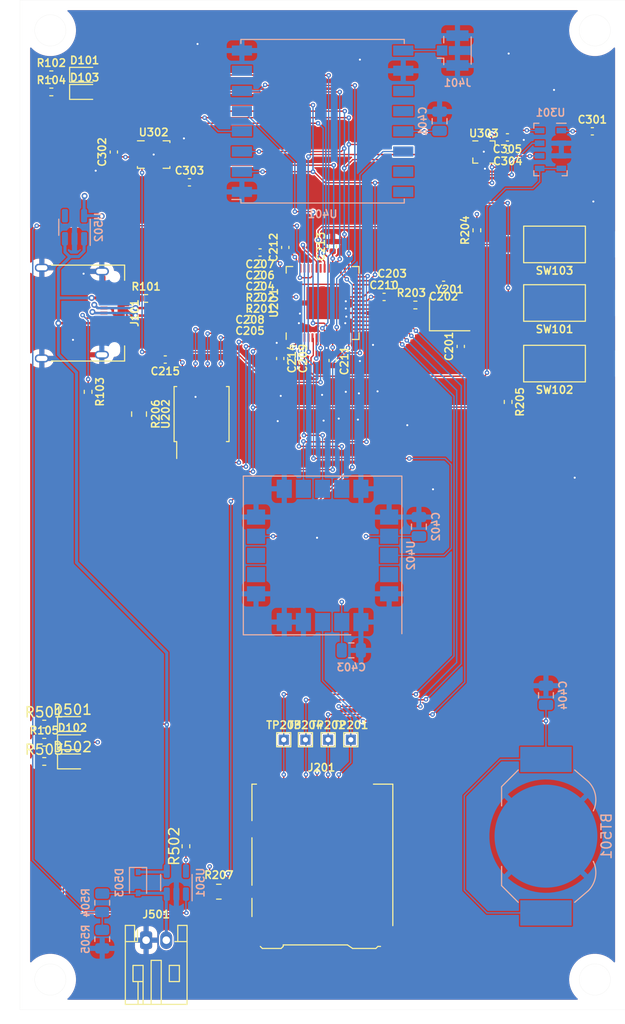
<source format=kicad_pcb>
(kicad_pcb (version 20211014) (generator pcbnew)
  (layers (0 "F.Cu" signal) (1 "In1.Cu" signal) (2 "In2.Cu" signal) (31 "B.Cu" signal) (34 "B.Paste" user) (35 "F.Paste" user) (36 "B.SilkS" user "B.Silkscreen") (37 "F.SilkS" user "F.Silkscreen") (38 "B.Mask" user) (39 "F.Mask" user) (44 "Edge.Cuts" user))
  (net 0 "")
  (net 1 "GND")
  (net 2 "Net-(C201-Pad2)")
  (net 3 "Net-(C202-Pad2)")
  (net 4 "+1V1")
  (net 5 "+3V3")
  (net 6 "+3V0")
  (net 7 "Net-(D101-Pad1)")
  (net 8 "/MCU/GPIO22")
  (net 9 "Net-(D102-Pad1)")
  (net 10 "Net-(D103-Pad1)")
  (net 11 "/MCU/GPIO21")
  (net 12 "Net-(D501-Pad1)")
  (net 13 "VBUS")
  (net 14 "Net-(D502-Pad1)")
  (net 15 "Net-(D502-Pad2)")
  (net 16 "+BATT")
  (net 17 "Net-(J101-PadA5)")
  (net 18 "/MCU/USB_DP")
  (net 19 "/MCU/USB_DM")
  (net 21 "Net-(J101-PadB5)")
  (net 23 "/MCU/SD_D2")
  (net 24 "/MCU/SD_CS")
  (net 25 "/MCU/SPI1_SDO")
  (net 26 "/MCU/SPI1_SCK")
  (net 27 "/MCU/SPI1_SDI")
  (net 28 "/MCU/SD_D1")
  (net 29 "/MCU/~{SD_DET}")
  (net 30 "Net-(J401-Pad1)")
  (net 31 "Net-(R201-Pad1)")
  (net 32 "Net-(R202-Pad1)")
  (net 33 "Net-(R203-Pad2)")
  (net 34 "/MCU/RESET")
  (net 35 "/MCU/USB_BOOT")
  (net 36 "/MCU/QSPI_CS")
  (net 37 "Net-(R502-Pad1)")
  (net 38 "/MCU/A0")
  (net 39 "/MCU/GPIO23")
  (net 40 "/MCU/UART0_TX")
  (net 41 "/MCU/UART0_RX")
  (net 42 "/MCU/GPIO2")
  (net 43 "/MCU/GPIO3")
  (net 44 "/MCU/GPIO4")
  (net 45 "/MCU/GPIO5")
  (net 46 "/MCU/GPIO6")
  (net 47 "/MCU/GPIO7")
  (net 48 "/MCU/GPIO8")
  (net 49 "/MCU/GPIO9")
  (net 52 "/MCU/SPI0_SDI")
  (net 53 "/MCU/I2C0_SCL")
  (net 54 "/MCU/SPI0_SCK")
  (net 55 "/MCU/SPI0_SDO")
  (net 56 "/MCU/I2C0_SDA")
  (net 57 "/MCU/GPIO24")
  (net 58 "/MCU/GPIO25")
  (net 59 "/MCU/A1")
  (net 60 "/MCU/A2")
  (net 61 "/MCU/A3")
  (net 62 "/MCU/QSPI_IO3")
  (net 63 "/MCU/QSPI_SCK")
  (net 64 "/MCU/QSPI_IO0")
  (net 65 "/MCU/QSPI_IO2")
  (net 66 "/MCU/QSPI_IO1")
  (net 73 "/TELEMETRY/RFM96W_DIO5")
  (net 74 "/TELEMETRY/RFM96W_DIO3")
  (net 75 "/TELEMETRY/RFM96W_DIO4")
  (net 76 "/TELEMETRY/RFM96W_DIO1")
  (net 77 "/TELEMETRY/RFM96W_DIO2")
  (net 78 "/TELEMETRY/1HZ")
  (net 79 "/TELEMETRY/GPS_SAFEBOOT")
  (net 81 "/TELEMETRY/GPS_EXTINT")
  (footprint "Capacitor_SMD:C_0402_1005Metric" (layer "F.Cu") (at 63.7 54.3 90)
    (fp_text reference "C201")
    (fp_text value "10p")
  )
  (footprint "Capacitor_SMD:C_0402_1005Metric" (layer "F.Cu") (at 56.1 49.4)
    (fp_text reference "C210")
    (fp_text value "100n")
  )
  (footprint "Resistor_SMD:R_0402_1005Metric" (layer "F.Cu") (at 23.1 29.1)
    (fp_text reference "R104")
    (fp_text value "470")
  )
  (footprint "Package_DFN_QFN:QFN-56-1EP_7x7mm_P0.4mm_EP3.2x3.2mm" (layer "F.Cu") (at 50 50 90)
    (fp_text reference "U201")
    (fp_text value "RP2040")
  )
  (footprint "Resistor_SMD:R_0805_2012Metric" (layer "F.Cu") (at 39.7125 108.3)
    (fp_text reference "R207")
    (fp_text value "10k")
  )
  (footprint "Capacitor_SMD:C_0402_1005Metric" (layer "F.Cu") (at 29.3 35.05 90)
    (fp_text reference "C302")
    (fp_text value "100n")
  )
  (footprint "Capacitor_SMD:C_0402_1005Metric" (layer "F.Cu") (at 34.4 55.6 180)
    (fp_text reference "C215")
    (fp_text value "100n")
  )
  (footprint "TestPoint:TestPoint_THTPad_1.0x1.0mm_Drill0.5mm" (layer "F.Cu") (at 48.3 93.25)
    (fp_text reference "TP204")
    (fp_text value "SPI1_SCK")
  )
  (footprint "Capacitor_SMD:C_0402_1005Metric" (layer "F.Cu") (at 43.8 47.2 180)
    (fp_text reference "C204")
    (fp_text value "100n")
  )
  (footprint "Resistor_SMD:R_0402_1005Metric" (layer "F.Cu") (at 43.8 49.4 180)
    (fp_text reference "R201")
    (fp_text value "33")
  )
  (footprint "Capacitor_SMD:C_0402_1005Metric" (layer "F.Cu") (at 46.3 44.5 90)
    (fp_text reference "C212")
    (fp_text value "100n")
  )
  (footprint "Capacitor_SMD:C_0402_1005Metric" (layer "F.Cu") (at 43.8 46.1 180)
    (fp_text reference "C206")
    (fp_text value "1u")
  )
  (footprint "TestPoint:TestPoint_THTPad_1.0x1.0mm_Drill0.5mm" (layer "F.Cu") (at 50.55 93.25)
    (fp_text reference "TP202")
    (fp_text value "SPI1_SDO")
  )
  (footprint "Capacitor_SMD:C_0402_1005Metric" (layer "F.Cu") (at 68.33 33.6 180)
    (fp_text reference "C305")
    (fp_text value "100n")
  )
  (footprint "Connector_Card:microSD_HC_Hirose_DM3AT-SF-PEJM5" (layer "F.Cu") (at 49.97 105.535)
    (fp_text reference "J201")
    (fp_text value "Micro_SD_Card_Det")
  )
  (footprint "Connector_JST:JST_PH_S2B-PH-K_1x02_P2.00mm_Horizontal" (layer "F.Cu") (at 32.5 113.1)
    (fp_text reference "J501")
    (fp_text value "Conn_01x02")
  )
  (footprint "Capacitor_SMD:C_0402_1005Metric" (layer "F.Cu") (at 56.9 48.25)
    (fp_text reference "C203")
    (fp_text value "100n")
  )
  (footprint "Resistor_SMD:R_0402_1005Metric" (layer "F.Cu") (at 68.4 59.8 -90)
    (fp_text reference "R205")
    (fp_text value "1k")
  )
  (footprint "Resistor_SMD:R_0402_1005Metric" (layer "F.Cu") (at 59.2 50.2 180)
    (fp_text reference "R203")
    (fp_text value "1k")
  )
  (footprint "TestPoint:TestPoint_THTPad_1.0x1.0mm_Drill0.5mm" (layer "F.Cu") (at 46.15 93.25)
    (fp_text reference "TP203")
    (fp_text value "SPI1_SDI")
  )
  (footprint "Resistor_SMD:R_0402_1005Metric" (layer "F.Cu") (at 22.4 93.5)
    (fp_text reference "R105")
    (fp_text value "470")
  )
  (footprint "Capacitor_SMD:C_0402_1005Metric" (layer "F.Cu") (at 43.8 45 180)
    (fp_text reference "C207")
    (fp_text value "1u")
  )
  (footprint "Resistor_SMD:R_0402_1005Metric" (layer "F.Cu") (at 43.8 48.3 180)
    (fp_text reference "R202")
    (fp_text value "33")
  )
  (footprint "LED_SMD:LED_0603_1608Metric" (layer "F.Cu") (at 25.2 95.4)
    (fp_text reference "D502")
    (fp_text value "YELLOW")
  )
  (footprint "Capacitor_SMD:C_0402_1005Metric" (layer "F.Cu") (at 68.37 34.8 180)
    (fp_text reference "C304")
    (fp_text value "100n")
  )
  (footprint "Resistor_SMD:R_0402_1005Metric" (layer "F.Cu") (at 65.3 42.8 90)
    (fp_text reference "R204")
    (fp_text value "10k")
  )
  (footprint "Package_LGA:LGA-12_2x2mm_P0.5mm" (layer "F.Cu") (at 66 35.05)
    (fp_text reference "U303")
    (fp_text value "LIS2MDL")
  )
  (footprint "LED_SMD:LED_0603_1608Metric" (layer "F.Cu") (at 25.2 93.5)
    (fp_text reference "D102")
    (fp_text value "WHITE")
  )
  (footprint "TestPoint:TestPoint_THTPad_1.0x1.0mm_Drill0.5mm" (layer "F.Cu") (at 52.8 93.25)
    (fp_text reference "TP201")
    (fp_text value "SD_CS")
  )
  (footprint "LED_SMD:LED_0603_1608Metric" (layer "F.Cu") (at 25.2 91.7)
    (fp_text reference "D501")
    (fp_text value "RED")
  )
  (footprint "Capacitor_SMD:C_0402_1005Metric" (layer "F.Cu") (at 46.9 55.5 -90)
    (fp_text reference "C209")
    (fp_text value "100n")
  )
  (footprint "Capacitor_SMD:C_0402_1005Metric" (layer "F.Cu") (at 42.8 50.5 180)
    (fp_text reference "C208")
    (fp_text value "100n")
  )
  (footprint "Crystal:Crystal_SMD_3225-4Pin_3.2x2.5mm" (layer "F.Cu") (at 62.6 51.1)
    (fp_text reference "Y201")
    (fp_text value "Crystal_GND24")
  )
  (footprint "Package_SO:SOIC-8_5.23x5.23mm_P1.27mm" (layer "F.Cu") (at 38 61 90)
    (fp_text reference "U202")
    (fp_text value "W25Q128JVS")
  )
  (footprint "Capacitor_SMD:C_0402_1005Metric" (layer "F.Cu") (at 51 55.7 -90)
    (fp_text reference "C211")
    (fp_text value "100n")
  )
  (footprint "Button_Switch_SMD:SW_SPST_FSMSM" (layer "F.Cu") (at 73 56 180)
    (fp_text reference "SW102")
    (fp_text value "PTS636")
  )
  (footprint "Connector_USB:USB_C_Receptacle_Amphenol_12401610E4-2A" (layer "F.Cu") (at 25 51 -90)
    (fp_text reference "J101")
    (fp_text value "USB_C_Receptacle_USB2.0")
  )
  (footprint "Capacitor_SMD:C_0402_1005Metric" (layer "F.Cu") (at 36.8 38.05)
    (fp_text reference "C303")
    (fp_text value "100n")
  )
  (footprint "Resistor_SMD:R_0402_1005Metric" (layer "F.Cu") (at 22.4 95.4)
    (fp_text reference "R503")
    (fp_text value "1k")
  )
  (footprint "LED_SMD:LED_0603_1608Metric" (layer "F.Cu") (at 26.4 27.4)
    (fp_text reference "D101")
    (fp_text value "GREEN")
  )
  (footprint "Capacitor_SMD:C_0402_1005Metric" (layer "F.Cu") (at 76.75 33)
    (fp_text reference "C301")
    (fp_text value "100n")
  )
  (footprint "Capacitor_SMD:C_0402_1005Metric" (layer "F.Cu") (at 42.8 51.6 180)
    (fp_text reference "C205")
    (fp_text value "100n")
  )
  (footprint "Resistor_SMD:R_0402_1005Metric" (layer "F.Cu") (at 36.45 103.8 90)
    (fp_text reference "R502")
    (fp_text value "10k")
  )
  (footprint "Resistor_SMD:R_0402_1005Metric" (layer "F.Cu") (at 32.5 49.55)
    (fp_text reference "R101")
    (fp_text value "5.1k")
  )
  (footprint "Capacitor_SMD:C_0402_1005Metric" (layer "F.Cu") (at 51 44.4 90)
    (fp_text reference "C213")
    (fp_text value "100n")
  )
  (footprint "Button_Switch_SMD:SW_SPST_FSMSM" (layer "F.Cu") (at 73 44.2 180)
    (fp_text reference "SW103")
    (fp_text value "PTS636")
  )
  (footprint "Resistor_SMD:R_0805_2012Metric" (layer "F.Cu") (at 31.8 61 -90)
    (fp_text reference "R206")
    (fp_text value "DNF")
  )
  (footprint "Capacitor_SMD:C_0402_1005Metric" (layer "F.Cu") (at 45.8 55.5 -90)
    (fp_text reference "C214")
    (fp_text value "100n")
  )
  (footprint "Resistor_SMD:R_0402_1005Metric" (layer "F.Cu") (at 26.75 58.8 -90)
    (fp_text reference "R103")
    (fp_text value "5.1k")
  )
  (footprint "Resistor_SMD:R_0402_1005Metric" (layer "F.Cu") (at 23.1 27.4)
    (fp_text reference "R102")
    (fp_text value "470")
  )
  (footprint "Resistor_SMD:R_0402_1005Metric" (layer "F.Cu") (at 22.4 91.7)
    (fp_text reference "R501")
    (fp_text value "1k")
  )
  (footprint "LED_SMD:LED_0603_1608Metric" (layer "F.Cu") (at 26.4 29.1)
    (fp_text reference "D103")
    (fp_text value "BLUE")
  )
  (footprint "Capacitor_SMD:C_0402_1005Metric" (layer "F.Cu") (at 62 48.2 180)
    (fp_text reference "C202")
    (fp_text value "10p")
  )
  (footprint "Package_LGA:LGA-14_3x2.5mm_P0.5mm_LayoutBorder3x4y" (layer "F.Cu") (at 33.25 35.3)
    (fp_text reference "U302")
    (fp_text value "LSM6DS3")
  )
  (footprint "Button_Switch_SMD:SW_SPST_FSMSM" (layer "F.Cu") (at 73 50 180)
    (fp_text reference "SW101")
    (fp_text value "PTS636")
  )
  (footprint "Capacitor_SMD:C_0805_2012Metric" (layer "B.Cu") (at 61.6 32 -90)
    (fp_text reference "C401")
    (fp_text value "1u")
  )
  (footprint "Capacitor_SMD:C_0805_2012Metric" (layer "B.Cu") (at 52.85 84.4)
    (fp_text reference "C403")
    (fp_text value "1u")
  )
  (footprint "Package_LGA:LGA-8_3x5mm_P1.25mm" (layer "B.Cu") (at 72.6 34.8 180)
    (fp_text reference "U301")
    (fp_text value "MS5611-01BA")
  )
  (footprint "Connector_Coaxial:U.FL_Hirose_U.FL-R-SMT-1_Vertical" (layer "B.Cu") (at 62.9 25)
    (fp_text reference "J401")
    (fp_text value "u.FL")
  )
  (footprint "Diode_SMD:D_SOD-323" (layer "B.Cu") (at 31.7 107.4 -90)
    (fp_text reference "D503")
    (fp_text value "D")
  )
  (footprint "RF_GPS:ublox_SAM-M8Q" (layer "B.Cu") (at 50 75 90)
    (fp_text reference "U402")
    (fp_text value "SAM-M8Q")
  )
  (footprint "Resistor_SMD:R_0805_2012Metric" (layer "B.Cu") (at 28.15 109.4 -90)
    (fp_text reference "R504")
    (fp_text value "100k")
  )
  (footprint "Package_TO_SOT_SMD:SOT-23-5" (layer "B.Cu") (at 25.4 42.5 90)
    (fp_text reference "U502")
    (fp_text value "AP2127K-3.3")
  )
  (footprint "Resistor_SMD:R_0805_2012Metric" (layer "B.Cu") (at 28.15 113 -90)
    (fp_text reference "R505")
    (fp_text value "100k")
  )
  (footprint "Package_TO_SOT_SMD:SOT-23-5" (layer "B.Cu") (at 35.5 107.4 90)
    (fp_text reference "U501")
    (fp_text value "MCP73831-2-OT")
  )
  (footprint "Capacitor_SMD:C_0805_2012Metric" (layer "B.Cu") (at 72.15 88.85 90)
    (fp_text reference "C404")
    (fp_text value "100n")
  )
  (footprint "RF_Module:HOPERF_RFM9XW_SMD" (layer "B.Cu") (at 50 32)
    (fp_text reference "U401")
    (fp_text value "RFM96W-433S2")
  )
  (footprint "Capacitor_SMD:C_0805_2012Metric" (layer "B.Cu") (at 59.55 72.15 90)
    (fp_text reference "C402")
    (fp_text value "100n")
  )
  (footprint "Battery:BatteryHolder_LINX_BAT-HLD-012-SMT" (layer "B.Cu") (at 72.15 102.8 -90)
    (fp_text reference "BT501")
    (fp_text value "Battery_Cell")
  )
  (gr_circle (center 77 117) (end 78.55 117) (layer "Edge.Cuts") (width 0.01) (fill none))
  (gr_circle (center 77 23) (end 78.55 23) (layer "Edge.Cuts") (width 0.01) (fill none))
  (gr_circle (center 23 23) (end 24.55 23) (layer "Edge.Cuts") (width 0.01) (fill none))
  (gr_rect (start 20 20) (end 80 120) (layer "Edge.Cuts") (width 0.01) (fill none))
  (gr_circle (center 23 117) (end 24.55 117) (layer "Edge.Cuts") (width 0.01) (fill none))
  (segment (start 66.7625 35.3) (end 66.45 35.3) (width 0.137) (layer "F.Cu") (net 1))
  (segment (start 66.25 35.5) (end 66.25 35.8125) (width 0.137) (layer "F.Cu") (net 1))
  (segment (start 66.45 35.3) (end 66.25 35.5) (width 0.137) (layer "F.Cu") (net 1))
  (segment (start 51 51) (end 53.4375 51) (width 0.137) (layer "F.Cu") (net 1))
  (segment (start 50 50) (end 51 51) (width 0.137) (layer "F.Cu") (net 1))
  (via (at 72.95 28.9) (size 0.46) (drill 0.2) (layers "F.Cu" "B.Cu") (net 1))
  (via (at 52.25 52) (size 0.46) (drill 0.2) (layers "F.Cu" "B.Cu") (net 1))
  (via (at 45.85 59.2) (size 0.46) (drill 0.2) (layers "F.Cu" "B.Cu") (net 1))
  (via (at 52.3 58.8) (size 0.46) (drill 0.2) (layers "F.Cu" "B.Cu") (net 1))
  (via (at 60.95 68.45) (size 0.46) (drill 0.2) (layers "F.Cu" "B.Cu") (net 1))
  (via (at 50.1 61.65) (size 0.46) (drill 0.2) (layers "F.Cu" "B.Cu") (net 1))
  (via (at 45.45 53.95) (size 0.46) (drill 0.2) (layers "F.Cu" "B.Cu") (net 1))
  (via (at 55.45 58.75) (size 0.46) (drill 0.2) (layers "F.Cu" "B.Cu") (net 1))
  (via (at 52.3 50.55) (size 0.46) (drill 0.2) (layers "F.Cu" "B.Cu") (net 1))
  (via (at 50.4 54.45) (size 0.46) (drill 0.2) (layers "F.Cu" "B.Cu") (net 1))
  (via (at 49.95 59.1) (size 0.46) (drill 0.2) (layers "F.Cu" "B.Cu") (net 1))
  (via (at 53.7 25.9) (size 0.46) (drill 0.2) (layers "F.Cu" "B.Cu") (net 1))
  (via (at 55 54.15) (size 0.46) (drill 0.2) (layers "F.Cu" "B.Cu") (net 1))
  (via (at 53.6 58.95) (size 0.46) (drill 0.2) (layers "F.Cu" "B.Cu") (net 1))
  (via (at 26.3 47.1) (size 0.46) (drill 0.2) (layers "F.Cu" "B.Cu") (net 1))
  (via (at 47.65 52) (size 0.46) (drill 0.2) (layers "F.Cu" "B.Cu") (net 1))
  (via (at 45.55 61.7) (size 0.46) (drill 0.2) (layers "F.Cu" "B.Cu") (net 1))
  (via (at 76.85 39.95) (size 0.46) (drill 0.2) (layers "F.Cu" "B.Cu") (net 1))
  (via (at 68.45 25.3) (size 0.46) (drill 0.2) (layers "F.Cu" "B.Cu") (net 1))
  (via (at 25.25 53.65) (size 0.46) (drill 0.2) (layers "F.Cu" "B.Cu") (net 1))
  (via (at 51.6 61.45) (size 0.46) (drill 0.2) (layers "F.Cu" "B.Cu") (net 1))
  (via (at 37.4 59.3) (size 0.46) (drill 0.2) (layers "F.Cu" "B.Cu") (net 1))
  (via (at 75 67.3) (size 0.46) (drill 0.2) (layers "F.Cu" "B.Cu") (net 1))
  (via (at 47.75 51.05) (size 0.46) (drill 0.2) (layers "F.Cu" "B.Cu") (net 1))
  (via (at 36.25 33.7) (size 0.46) (drill 0.2) (layers "F.Cu" "B.Cu") (net 1))
  (via (at 53.5 61.55) (size 0.46) (drill 0.2) (layers "F.Cu" "B.Cu") (net 1))
  (via (at 49.45 73.25) (size 0.46) (drill 0.2) (layers "F.Cu" "B.Cu") (net 1))
  (via (at 52.3 49.828) (size 0.46) (drill 0.2) (layers "F.Cu" "B.Cu") (net 1))
  (via (at 27.5 36.9) (size 0.46) (drill 0.2) (layers "F.Cu" "B.Cu") (net 1))
  (via (at 58.4 62.1) (size 0.46) (drill 0.2) (layers "F.Cu" "B.Cu") (net 1))
  (via (at 37.6 24.35) (size 0.46) (drill 0.2) (layers "F.Cu" "B.Cu") (net 1))
  (via (at 66.1 36.7) (size 0.46) (drill 0.2) (layers "F.Cu" "B.Cu") (net 1))
  (via (at 69.95 33.85) (size 0.46) (drill 0.2) (layers "F.Cu" "B.Cu") (net 1))
  (via (at 65.986033 35.016828) (size 0.46) (drill 0.2) (layers "F.Cu" "B.Cu") (net 1))
  (via (at 33.25 35.3) (size 0.46) (drill 0.2) (layers "F.Cu" "B.Cu") (net 1))
  (via (at 53.7 55.75) (size 0.46) (drill 0.2) (layers "F.Cu" "B.Cu") (net 1))
  (via (at 52.35 51.35) (size 0.46) (drill 0.2) (layers "F.Cu" "B.Cu") (net 1))
  (segment (start 53.4375 50.6) (end 57.8 50.6) (width 0.137) (layer "F.Cu") (net 2))
  (segment (start 61.02 53.82) (end 63.7 53.82) (width 0.137) (layer "F.Cu") (net 2))
  (segment (start 63.7 53.82) (end 63.7 51.95) (width 0.137) (layer "F.Cu") (net 2))
  (segment (start 57.8 50.6) (end 61.02 53.82) (width 0.137) (layer "F.Cu") (net 2))
  (segment (start 61.5 50.25) (end 59.76 50.25) (width 0.137) (layer "F.Cu") (net 3))
  (segment (start 59.76 50.25) (end 59.71 50.2) (width 0.137) (layer "F.Cu") (net 3))
  (segment (start 61.5 48.22) (end 61.5 50.25) (width 0.137) (layer "F.Cu") (net 3))
  (segment (start 61.52 48.2) (end 61.5 48.22) (width 0.137) (layer "F.Cu") (net 3))
  (segment (start 47.5 48.2) (end 46.5625 48.2) (width 0.137) (layer "F.Cu") (net 4))
  (segment (start 45.3 47.6) (end 45.9 48.2) (width 0.137) (layer "F.Cu") (net 4))
  (segment (start 52.15 48.15) (end 47.95 48.15) (width 0.137) (layer "F.Cu") (net 4))
  (segment (start 44.28 47.2) (end 44.28 46.1) (width 0.137) (layer "F.Cu") (net 4))
  (segment (start 53.4375 49.4) (end 54.05 49.4) (width 0.137) (layer "F.Cu") (net 4))
  (segment (start 46.5625 50.2) (end 45.15 50.2) (width 0.137) (layer "F.Cu") (net 4))
  (segment (start 55.2 48.25) (end 56.42 48.25) (width 0.137) (layer "F.Cu") (net 4))
  (segment (start 45.3 47.2) (end 45.3 47.6) (width 0.137) (layer "F.Cu") (net 4))
  (segment (start 45.15 50.2) (end 43.75 51.6) (width 0.137) (layer "F.Cu") (net 4))
  (segment (start 54.05 49.4) (end 55.2 48.25) (width 0.137) (layer "F.Cu") (net 4))
  (segment (start 47.8 48.5) (end 47.7 48.4) (width 0.137) (layer "F.Cu") (net 4))
  (segment (start 47.8 49.7) (end 47.8 48.5) (width 0.137) (layer "F.Cu") (net 4))
  (segment (start 47.7 48.4) (end 47.5 48.2) (width 0.137) (layer "F.Cu") (net 4))
  (segment (start 52.2 49.3) (end 52.2 48.2) (width 0.137) (layer "F.Cu") (net 4))
  (segment (start 47.3 50.2) (end 47.8 49.7) (width 0.137) (layer "F.Cu") (net 4))
  (segment (start 44.28 47.2) (end 45.3 47.2) (width 0.137) (layer "F.Cu") (net 4))
  (segment (start 45.3 46.4) (end 45.3 47.2) (width 0.137) (layer "F.Cu") (net 4))
  (segment (start 52.3 49.4) (end 52.2 49.3) (width 0.137) (layer "F.Cu") (net 4))
  (segment (start 43.75 51.6) (end 43.28 51.6) (width 0.137) (layer "F.Cu") (net 4))
  (segment (start 47.95 48.15) (end 47.7 48.4) (width 0.137) (layer "F.Cu") (net 4))
  (segment (start 52.2 48.2) (end 52.15 48.15) (width 0.137) (layer "F.Cu") (net 4))
  (segment (start 45.9 48.2) (end 46.5625 48.2) (width 0.137) (layer "F.Cu") (net 4))
  (segment (start 53.4375 49.4) (end 52.3 49.4) (width 0.137) (layer "F.Cu") (net 4))
  (segment (start 44.28 46.1) (end 45 46.1) (width 0.137) (layer "F.Cu") (net 4))
  (segment (start 45 46.1) (end 45.3 46.4) (width 0.137) (layer "F.Cu") (net 4))
  (segment (start 46.5625 50.2) (end 47.3 50.2) (width 0.137) (layer "F.Cu") (net 4))
  (segment (start 34.88 55.6) (end 35.8 55.6) (width 0.137) (layer "F.Cu") (net 5))
  (segment (start 32.5 57.4) (end 36.095 57.4) (width 0.137) (layer "F.Cu") (net 5))
  (segment (start 45.5 45.5) (end 45.5 45.8) (width 0.137) (layer "F.Cu") (net 5))
  (segment (start 46.5625 49.4) (end 47.372 49.4) (width 0.137) (layer "F.Cu") (net 5))
  (segment (start 46.9 54.5) (end 46.9 55.02) (width 0.137) (layer "F.Cu") (net 5))
  (segment (start 47.2 47.4) (end 47.4 47.2) (width 0.137) (layer "F.Cu") (net 5))
  (segment (start 54.8 49.4) (end 55.62 49.4) (width 0.137) (layer "F.Cu") (net 5))
  (segment (start 47.4 53.4375) (end 47.4 54) (width 0.137) (layer "F.Cu") (net 5))
  (segment (start 51 45.6) (end 51 46.5625) (width 0.137) (layer "F.Cu") (net 5))
  (segment (start 44.28 45) (end 45 45) (width 0.137) (layer "F.Cu") (net 5))
  (segment (start 36.095 55.905) (end 36.1 55.9) (width 0.137) (layer "F.Cu") (net 5))
  (segment (start 47.25 45.45) (end 46.78 44.98) (width 0.137) (layer "F.Cu") (net 5))
  (segment (start 31.8 60.0875) (end 31.8 58.1) (width 0.137) (layer "F.Cu") (net 5))
  (segment (start 32.75 36.95) (end 32.75 36.2125) (width 0.137) (layer "F.Cu") (net 5))
  (segment (start 38.8 108.3) (end 38.8 105.8) (width 0.137) (layer "F.Cu") (net 5))
  (segment (start 25.9875 93.5) (end 27.7 93.5) (width 0.137) (layer "F.Cu") (net 5))
  (segment (start 54.4 49.8) (end 54.8 49.4) (width 0.137) (layer "F.Cu") (net 5))
  (segment (start 47.4 54) (end 47.1 54.3) (width 0.137) (layer "F.Cu") (net 5))
  (segment (start 66.7625 33.3625) (end 66.75 33.35) (width 0.137) (layer "F.Cu") (net 5))
  (segment (start 34.05 37.25) (end 33.05 37.25) (width 0.137) (layer "F.Cu") (net 5))
  (segment (start 46.78 44.98) (end 46.3 44.98) (width 0.137) (layer "F.Cu") (net 5))
  (segment (start 45.5 45.8) (end 45.8 46.1) (width 0.137) (layer "F.Cu") (net 5))
  (segment (start 66.7625 34.3) (end 66.7625 33.3625) (width 0.137) (layer "F.Cu") (net 5))
  (segment (start 34.85 38.05) (end 34.05 37.25) (width 0.137) (layer "F.Cu") (net 5))
  (segment (start 45.8 55.02) (end 46.9 55.02) (width 0.137) (layer "F.Cu") (net 5))
  (segment (start 67.89 34.8) (end 66.7625 34.8) (width 0.137) (layer "F.Cu") (net 5))
  (segment (start 32.0875 35.55) (end 30.45 35.55) (width 0.137) (layer "F.Cu") (net 5))
  (segment (start 35.8 55.6) (end 36.1 55.9) (width 0.137) (layer "F.Cu") (net 5))
  (segment (start 32.0875 35.55) (end 32.0875 35.05) (width 0.137) (layer "F.Cu") (net 5))
  (segment (start 34.4125 36.05) (end 34.4125 36.8875) (width 0.137) (layer "F.Cu") (net 5))
  (segment (start 51 55.22) (end 51 54.4) (width 0.137) (layer "F.Cu") (net 5))
  (segment (start 46.2 47.4) (end 46.5625 47.4) (width 0.137) (layer "F.Cu") (net 5))
  (segment (start 47.4 46.5625) (end 47.4 45.6) (width 0.137) (layer "F.Cu") (net 5))
  (segment (start 66.7625 34.8) (end 66.7625 34.3) (width 0.137) (layer "F.Cu") (net 5))
  (segment (start 65.3 42.29) (end 65.3 41.2) (width 0.137) (layer "F.Cu") (net 5))
  (segment (start 36.32 38.05) (end 34.85 38.05) (width 0.137) (layer "F.Cu") (net 5))
  (segment (start 49.445 96.505) (end 49.45 96.5) (width 0.137) (layer "F.Cu") (net 5))
  (segment (start 47.1 54.3) (end 46.9 54.5) (width 0.137) (layer "F.Cu") (net 5))
  (segment (start 51 44.88) (end 51 45.6) (width 0.137) (layer "F.Cu") (net 5))
  (segment (start 53.4375 49.8) (end 54.4 49.8) (width 0.137) (layer "F.Cu") (net 5))
  (segment (start 32.75 36.2125) (end 32.75 35.55) (width 0.137) (layer "F.Cu") (net 5))
  (segment (start 36.095 57.4) (end 36.095 55.905) (width 0.137) (layer "F.Cu") (net 5))
  (segment (start 46.5625 47.8) (end 46.5625 47.4) (width 0.137) (layer "F.Cu") (net 5))
  (segment (start 45 45) (end 45.5 45.5) (width 0.137) (layer "F.Cu") (net 5))
  (segment (start 46.5625 47.4) (end 47.2 47.4) (width 0.137) (layer "F.Cu") (net 5))
  (segment (start 31.8 58.1) (end 32.5 57.4) (width 0.137) (layer "F.Cu") (net 5))
  (segment (start 46.5625 49.4) (end 46.5625 49.8) (width 0.137) (layer "F.Cu") (net 5))
  (segment (start 30.43 35.53) (end 30.45 35.55) (width 0.137) (layer "F.Cu") (net 5))
  (segment (start 45.8 46.1) (end 45.8 47) (width 0.137) (layer "F.Cu") (net 5))
  (segment (start 67.6 33.35) (end 66.75 33.35) (width 0.137) (layer "F.Cu") (net 5))
  (segment (start 33.05 37.25) (end 32.75 36.95) (width 0.137) (layer "F.Cu") (net 5))
  (segment (start 29.3 35.53) (end 30.43 35.53) (width 0.137) (layer "F.Cu") (net 5))
  (segment (start 45.5 45.5) (end 46.02 44.98) (width 0.137) (layer "F.Cu") (net 5))
  (segment (start 45.1 49.8) (end 44.4 50.5) (width 0.137) (layer "F.Cu") (net 5))
  (segment (start 44.4 50.5) (end 43.28 50.5) (width 0.137) (layer "F.Cu") (net 5))
  (segment (start 47.4 47.2) (end 47.4 46.5625) (width 0.137) (layer "F.Cu") (net 5))
  (segment (start 34.4125 36.8875) (end 34.05 37.25) (width 0.137) (layer "F.Cu") (net 5))
  (segment (start 47.4 45.6) (end 47.25 45.45) (width 0.137) (layer "F.Cu") (net 5))
  (segment (start 51 54.4) (end 51 53.4375) (width 0.137) (layer "F.Cu") (net 5))
  (segment (start 67.85 33.6) (end 67.6 33.35) (width 0.137) (layer "F.Cu") (net 5))
  (segment (start 46.02 44.98) (end 46.3 44.98) (width 0.137) (layer "F.Cu") (net 5))
  (segment (start 76.27 33) (end 74.8 33) (width 0.137) (layer "F.Cu") (net 5))
  (segment (start 49.445 97.81) (end 49.445 96.505) (width 0.137) (layer "F.Cu") (net 5))
  (segment (start 32.75 35.55) (end 32.0875 35.55) (width 0.137) (layer "F.Cu") (net 5))
  (segment (start 45.8 47) (end 46.2 47.4) (width 0.137) (layer "F.Cu") (net 5))
  (segment (start 46.5625 49.8) (end 45.1 49.8) (width 0.137) (layer "F.Cu") (net 5))
  (via (at 45.8 46.1) (size 0.46) (drill 0.2) (layers "F.Cu" "B.Cu") (net 5))
  (via (at 51 45.6) (size 0.46) (drill 0.2) (layers "F.Cu" "B.Cu") (net 5))
  (via (at 28.1 41.4) (size 0.6) (drill 0.3) (layers "F.Cu" "B.Cu") (net 5))
  (via (at 26.4 39.4) (size 0.6) (drill 0.3) (layers "F.Cu" "B.Cu") (net 5))
  (via (at 54.8 49.4) (size 0.46) (drill 0.2) (layers "F.Cu" "B.Cu") (net 5))
  (via (at 47.1 54.3) (size 0.46) (drill 0.2) (layers "F.Cu" "B.Cu") (net 5))
  (via (at 47.25 45.45) (size 0.46) (drill 0.2) (layers "F.Cu" "B.Cu") (net 5))
  (via (at 36.1 55.9) (size 0.46) (drill 0.2) (layers "F.Cu" "B.Cu") (net 5))
  (via (at 47.372 49.4) (size 0.46) (drill 0.2) (layers "F.Cu" "B.Cu") (net 5))
  (via (at 65.3 41.2) (size 0.46) (drill 0.2) (layers "F.Cu" "B.Cu") (net 5))
  (via (at 30.45 35.55) (size 0.46) (drill 0.2) (layers "F.Cu" "B.Cu") (net 5))
  (via (at 49.45 96.5) (size 0.46) (drill 0.2) (layers "F.Cu" "B.Cu") (net 5))
  (via (at 74.8 33) (size 0.46) (drill 0.2) (layers "F.Cu" "B.Cu") (net 5))
  (via (at 27.7 93.5) (size 0.46) (drill 0.2) (layers "F.Cu" "B.Cu") (net 5))
  (via (at 51 54.4) (size 0.46) (drill 0.2) (layers "F.Cu" "B.Cu") (net 5))
  (via (at 66.75 33.35) (size 0.46) (drill 0.2) (layers "F.Cu" "B.Cu") (net 5))
  (via (at 38.8 105.8) (size 0.46) (drill 0.2) (layers "F.Cu" "B.Cu") (net 5))
  (via (at 51.9 79.6) (size 0.46) (drill 0.2) (layers "F.Cu" "B.Cu") (net 5))
  (via (at 54.3 73.1) (size 0.46) (drill 0.2) (layers "F.Cu" "B.Cu") (net 5))
  (via (at 60.1 33) (size 0.46) (drill 0.2) (layers "F.Cu" "B.Cu") (net 5))
  (segment (start 73.75 33) (end 73.675 32.925) (width 0.137) (layer "B.Cu") (net 5))
  (segment (start 58 33) (end 60.1 33) (width 0.137) (layer "B.Cu") (net 5))
  (segment (start 56.6 73.1) (end 54.3 73.1) (width 0.137) (layer "B.Cu") (net 5))
  (segment (start 26.35 41.3625) (end 28.0625 41.3625) (width 0.3) (layer "B.Cu") (net 5))
  (segment (start 56.6 73.1) (end 59.55 73.1) (width 0.137) (layer "B.Cu") (net 5))
  (segment (start 51.9 81.6) (end 51.9 79.6) (width 0.137) (layer "B.Cu") (net 5))
  (segment (start 28.0625 41.3625) (end 28.1 41.4) (width 0.3) (layer "B.Cu") (net 5))
  (segment (start 26.35 41.3625) (end 26.35 39.45) (width 0.3) (layer "B.Cu") (net 5))
  (segment (start 61.6 32.95) (end 61.55 33) (width 0.137) (layer "B.Cu") (net 5))
  (segment (start 51.9 84.4) (end 51.9 81.6) (width 0.137) (layer "B.Cu") (net 5))
  (segment (start 61.55 33) (end 60.1 33) (width 0.137) (layer "B.Cu") (net 5))
  (segment (start 74.8 33) (end 73.75 33) (width 0.137) (layer "B.Cu") (net 5))
  (segment (start 26.35 39.45) (end 26.4 39.4) (width 0.3) (layer "B.Cu") (net 5))
  (segment (start 54 91.4) (end 72.15 91.4) (width 0.137) (layer "F.Cu") (net 6))
  (via (at 72.15 91.4) (size 0.46) (drill 0.2) (layers "F.Cu" "B.Cu") (net 6))
  (via (at 54 91.4) (size 0.46) (drill 0.2) (layers "F.Cu" "B.Cu") (net 6))
  (segment (start 64.05 108.15) (end 66.3 110.4) (width 0.137) (layer "B.Cu") (net 6))
  (segment (start 66.3 110.4) (end 72.15 110.4) (width 0.137) (layer "B.Cu") (net 6))
  (segment (start 50 87.4) (end 54 91.4) (width 0.137) (layer "B.Cu") (net 6))
  (segment (start 50 85.9) (end 50 87.4) (width 0.137) (layer "B.Cu") (net 6))
  (segment (start 72.15 91.4) (end 72.15 95.2) (width 0.137) (layer "B.Cu") (net 6))
  (segment (start 67.65 95.2) (end 64.05 98.8) (width 0.137) (layer "B.Cu") (net 6))
  (segment (start 72.15 95.2) (end 67.65 95.2) (width 0.137) (layer "B.Cu") (net 6))
  (segment (start 50 81.6) (end 50 85.9) (width 0.137) (layer "B.Cu") (net 6))
  (segment (start 72.15 89.8) (end 72.15 91.4) (width 0.137) (layer "B.Cu") (net 6))
  (segment (start 64.05 98.8) (end 64.05 108.15) (width 0.137) (layer "B.Cu") (net 6))
  (segment (start 23.61 27.4) (end 25.6125 27.4) (width 0.137) (layer "F.Cu") (net 7))
  (segment (start 50.5715 46.534) (end 50.6 46.5625) (width 0.137) (layer "F.Cu") (net 8))
  (segment (start 50.5715 45.5215) (end 50.5715 46.534) (width 0.137) (layer "F.Cu") (net 8))
  (segment (start 33.7 27.4) (end 50.6 27.45) (width 0.137) (layer "F.Cu") (net 8))
  (segment (start 50.1 45.05) (end 50.5715 45.5215) (width 0.137) (layer "F.Cu") (net 8))
  (segment (start 50.6 27.45) (end 50.6 27.4) (width 0.137) (layer "F.Cu") (net 8))
  (segment (start 27.1875 27.4) (end 33.7 27.4) (width 0.137) (layer "F.Cu") (net 8))
  (via (at 50.6 27.45) (size 0.46) (drill 0.2) (layers "F.Cu" "B.Cu") (net 8))
  (via (at 50.1 45.05) (size 0.46) (drill 0.2) (layers "F.Cu" "B.Cu") (net 8))
  (segment (start 50.6 27.45) (end 50.6 44.55) (width 0.137) (layer "B.Cu") (net 8))
  (segment (start 50.6 44.55) (end 50.1 45.05) (width 0.137) (layer "B.Cu") (net 8))
  (segment (start 22.91 93.5) (end 24.4125 93.5) (width 0.137) (layer "F.Cu") (net 9))
  (segment (start 25.6125 29.1) (end 23.61 29.1) (width 0.137) (layer "F.Cu") (net 10))
  (segment (start 51.4 46) (end 51.7 45.7) (width 0.137) (layer "F.Cu") (net 11))
  (segment (start 51.7 29.1) (end 29 29.1) (width 0.137) (layer "F.Cu") (net 11))
  (segment (start 51.7 45.7) (end 51.7 45.65) (width 0.137) (layer "F.Cu") (net 11))
  (segment (start 29 29.1) (end 27.1875 29.1) (width 0.137) (layer "F.Cu") (net 11))
  (segment (start 51.4 46.5625) (end 51.4 46) (width 0.137) (layer "F.Cu") (net 11))
  (via (at 51.7 45.65) (size 0.46) (drill 0.2) (layers "F.Cu" "B.Cu") (net 11))
  (via (at 51.7 29.1) (size 0.46) (drill 0.2) (layers "F.Cu" "B.Cu") (net 11))
  (segment (start 51.7 45.65) (end 51.7 29.1) (width 0.137) (layer "B.Cu") (net 11))
  (segment (start 22.91 91.7) (end 24.4125 91.7) (width 0.137) (layer "F.Cu") (net 12))
  (segment (start 29.05 52) (end 28.32 52) (width 0.25) (layer "F.Cu") (net 13))
  (segment (start 28.32 49.5) (end 29 49.5) (width 0.3) (layer "F.Cu") (net 13))
  (segment (start 29 49.5) (end 29.25 49.75) (width 0.3) (layer "F.Cu") (net 13))
  (segment (start 29.3 52.25) (end 29.05 52) (width 0.25) (layer "F.Cu") (net 13))
  (segment (start 28.32 52) (end 23.8 52) (width 0.25) (layer "F.Cu") (net 13))
  (segment (start 29.25 49.75) (end 30.02 49.75) (width 0.3) (layer "F.Cu") (net 13))
  (segment (start 34.5 91.7) (end 34.55 91.75) (width 0.137) (layer "F.Cu") (net 13))
  (segment (start 30.02 52.25) (end 29.3 52.25) (width 0.25) (layer "F.Cu") (net 13))
  (segment (start 25.9875 91.7) (end 34.5 91.7) (width 0.137) (layer "F.Cu") (net 13))
  (segment (start 27.1 49.5) (end 28.32 49.5) (width 0.3) (layer "F.Cu") (net 13))
  (via (at 23.8 52) (size 0.6) (drill 0.3) (layers "F.Cu" "B.Cu") (net 13))
  (via (at 27.1 49.5) (size 0.6) (drill 0.3) (layers "F.Cu" "B.Cu") (net 13))
  (via (at 34.55 91.75) (size 0.46) (drill 0.2) (layers "F.Cu" "B.Cu") (net 13))
  (segment (start 23.8 49.6) (end 23.9 49.5) (width 0.3) (layer "B.Cu") (net 13))
  (segment (start 26.35 44.85) (end 26.35 43.6375) (width 0.3) (layer "B.Cu") (net 13))
  (segment (start 25.8 45.4) (end 26.35 44.85) (width 0.3) (layer "B.Cu") (net 13))
  (segment (start 25.6 75.7) (end 34.55 84.65) (width 0.3) (layer "B.Cu") (net 13))
  (segment (start 25 45.4) (end 23.8 46.6) (width 0.3) (layer "B.Cu") (net 13))
  (segment (start 23.8 49.6) (end 23.8 52) (width 0.3) (layer "B.Cu") (net 13))
  (segment (start 25.6 56.9) (end 25.6 75.7) (width 0.3) (layer "B.Cu") (net 13))
  (segment (start 23.8 55.1) (end 25.6 56.9) (width 0.3) (layer "B.Cu") (net 13))
  (segment (start 31.7 106.35) (end 34.4625 106.35) (width 0.3) (layer "B.Cu") (net 13))
  (segment (start 24.9 45.4) (end 25.8 45.4) (width 0.3) (layer "B.Cu") (net 13))
  (segment (start 24.45 43.6375) (end 24.45 44.95) (width 0.3) (layer "B.Cu") (net 13))
  (segment (start 34.4625 106.35) (end 34.55 106.2625) (width 0.3) (layer "B.Cu") (net 13))
  (segment (start 23.8 52) (end 23.8 55.1) (width 0.3) (layer "B.Cu") (net 13))
  (segment (start 26.4 43.6875) (end 26.35 43.6375) (width 0.137) (layer "B.Cu") (net 13))
  (segment (start 23.9 49.5) (end 27.1 49.5) (width 0.3) (layer "B.Cu") (net 13))
  (segment (start 24.45 44.95) (end 24.9 45.4) (width 0.3) (layer "B.Cu") (net 13))
  (segment (start 23.8 46.6) (end 23.8 49.6) (width 0.3) (layer "B.Cu") (net 13))
  (segment (start 34.55 91.75) (end 34.55 106.2625) (width 0.3) (layer "B.Cu") (net 13))
  (segment (start 34.55 84.65) (end 34.55 91.75) (width 0.3) (layer "B.Cu") (net 13))
  (segment (start 22.91 95.4) (end 24.4125 95.4) (width 0.137) (layer "F.Cu") (net 14))
  (segment (start 24.3 104.8) (end 29.8 99.3) (width 0.137) (layer "F.Cu") (net 15))
  (segment (start 29.8 96.3) (end 28.9 95.4) (width 0.137) (layer "F.Cu") (net 15))
  (segment (start 24.3 109.7) (end 24.3 104.8) (width 0.137) (layer "F.Cu") (net 15))
  (segment (start 25 110.4) (end 24.3 109.7) (width 0.137) (layer "F.Cu") (net 15))
  (segment (start 29.8 99.3) (end 29.8 96.3) (width 0.137) (layer "F.Cu") (net 15))
  (segment (start 36.5 110.4) (end 25 110.4) (width 0.137) (layer "F.Cu") (net 15))
  (segment (start 28.9 95.4) (end 25.9875 95.4) (width 0.137) (layer "F.Cu") (net 15))
  (via (at 36.5 110.4) (size 0.46) (drill 0.2) (layers "F.Cu" "B.Cu") (net 15))
  (segment (start 36.45 110.35) (end 36.5 110.4) (width 0.137) (layer "B.Cu") (net 15))
  (segment (start 36.45 108.5375) (end 36.45 110.35) (width 0.137) (layer "B.Cu") (net 15))
  (segment (start 34.4625 108.45) (end 34.55 108.5375) (width 0.3) (layer "B.Cu") (net 16))
  (segment (start 28.1875 108.45) (end 31.7 108.45) (width 0.137) (layer "B.Cu") (net 16))
  (segment (start 34.5 113.1) (end 34.5 108.5875) (width 0.3) (layer "B.Cu") (net 16))
  (segment (start 31.7 108.45) (end 34.4625 108.45) (width 0.3) (layer "B.Cu") (net 16))
  (segment (start 34.5 108.5875) (end 34.55 108.5375) (width 0.3) (layer "B.Cu") (net 16))
  (segment (start 28.15 108.4875) (end 28.1875 108.45) (width 0.137) (layer "B.Cu") (net 16))
  (segment (start 30.75 50.25) (end 31.45 49.55) (width 0.137) (layer "F.Cu") (net 17))
  (segment (start 31.45 49.55) (end 31.99 49.55) (width 0.137) (layer "F.Cu") (net 17))
  (segment (start 30.02 50.25) (end 30.75 50.25) (width 0.137) (layer "F.Cu") (net 17))
  (segment (start 27.290688 51) (end 28.32 51) (width 0.25) (layer "F.Cu") (net 18))
  (segment (start 31.45 51.229503) (end 31.470497 51.25) (width 0.25) (layer "F.Cu") (net 18))
  (segment (start 31.470497 51.25) (end 36.1 51.25) (width 0.25) (layer "F.Cu") (net 18))
  (segment (start 31.099503 51.229503) (end 31.45 51.229503) (width 0.25) (layer "F.Cu") (net 18))
  (segment (start 30.62 50.75) (end 31.099503 51.229503) (width 0.25) (layer "F.Cu") (net 18))
  (segment (start 30.02 50.75) (end 30.62 50.75) (width 0.25) (layer "F.Cu") (net 18))
  (segment (start 37.95 49.4) (end 43.29 49.4) (width 0.25) (layer "F.Cu") (net 18))
  (segment (start 27.177343 50.886655) (end 27.290688 51) (width 0.25) (layer "F.Cu") (net 18))
  (segment (start 36.1 51.25) (end 37.95 49.4) (width 0.25) (layer "F.Cu") (net 18))
  (via (at 31.45 51.229503) (size 0.6) (drill 0.3) (layers "F.Cu" "B.Cu") (net 18))
  (via (at 27.177343 50.886655) (size 0.6) (drill 0.3) (layers "F.Cu" "B.Cu") (net 18))
  (segment (start 27.290688 51) (end 31.165111 51) (width 0.25) (layer "B.Cu") (net 18))
  (segment (start 27.177343 50.886655) (end 27.290688 51) (width 0.25) (layer "B.Cu") (net 18))
  (segment (start 31.394614 51.229503) (end 31.45 51.229503) (width 0.25) (layer "B.Cu") (net 18))
  (segment (start 31.165111 51) (end 31.394614 51.229503) (width 0.25) (layer "B.Cu") (net 18))
  (segment (start 27.680998 50.5) (end 28.32 50.5) (width 0.25) (layer "F.Cu") (net 19))
  (segment (start 29.45 51.25) (end 29.2 51) (width 0.25) (layer "F.Cu") (net 19))
  (segment (start 27.361876 50.180878) (end 27.680998 50.5) (width 0.25) (layer "F.Cu") (net 19))
  (segment (start 29 50.5) (end 28.32 50.5) (width 0.25) (layer "F.Cu") (net 19))
  (segment (start 29.2 50.7) (end 29 50.5) (width 0.25) (layer "F.Cu") (net 19))
  (segment (start 29.2 51) (end 29.2 50.7) (width 0.25) (layer "F.Cu") (net 19))
  (segment (start 35.5 50.5) (end 37.7 48.3) (width 0.25) (layer "F.Cu") (net 19))
  (segment (start 30.02 51.25) (end 29.45 51.25) (width 0.25) (layer "F.Cu") (net 19))
  (segment (start 31.45 50.5) (end 35.5 50.5) (width 0.25) (layer "F.Cu") (net 19))
  (segment (start 37.7 48.3) (end 43.29 48.3) (width 0.25) (layer "F.Cu") (net 19))
  (via (at 27.361876 50.180878) (size 0.6) (drill 0.3) (layers "F.Cu" "B.Cu") (net 19))
  (via (at 31.45 50.5) (size 0.6) (drill 0.3) (layers "F.Cu" "B.Cu") (net 19))
  (segment (start 27.680998 50.5) (end 31.45 50.5) (width 0.25) (layer "B.Cu") (net 19))
  (segment (start 27.361876 50.180878) (end 27.680998 50.5) (width 0.25) (layer "B.Cu") (net 19))
  (segment (start 26.75 58.29) (end 26.75 57.55) (width 0.137) (layer "F.Cu") (net 21))
  (segment (start 26.5 51.5) (end 26.2 51.2) (width 0.137) (layer "F.Cu") (net 21))
  (segment (start 28.32 51.5) (end 26.5 51.5) (width 0.137) (layer "F.Cu") (net 21))
  (via (at 26.2 51.2) (size 0.46) (drill 0.2) (layers "F.Cu" "B.Cu") (net 21))
  (via (at 26.75 57.55) (size 0.46) (drill 0.2) (layers "F.Cu" "B.Cu") (net 21))
  (segment (start 26.75 51.75) (end 26.2 51.2) (width 0.137) (layer "B.Cu") (net 21))
  (segment (start 26.75 57.55) (end 26.75 51.75) (width 0.137) (layer "B.Cu") (net 21))
  (segment (start 59.7 89.95) (end 51.6 89.95) (width 0.137) (layer "F.Cu") (net 24))
  (segment (start 58.35 53.7) (end 56.85 52.2) (width 0.137) (layer "F.Cu") (net 24))
  (segment (start 51.6 97.765) (end 51.645 97.81) (width 0.137) (layer "F.Cu") (net 24))
  (segment (start 56.85 52.2) (end 53.4375 52.2) (width 0.137) (layer "F.Cu") (net 24))
  (segment (start 51.6 96.7) (end 51.6 97.765) (width 0.137) (layer "F.Cu") (net 24))
  (via (at 58.35 53.7) (size 0.46) (drill 0.2) (layers "F.Cu" "B.Cu") (net 24))
  (via (at 51.6 96.7) (size 0.46) (drill 0.2) (layers "F.Cu" "B.Cu") (net 24))
  (via (at 51.6 89.95) (size 0.46) (drill 0.2) (layers "F.Cu" "B.Cu") (net 24))
  (via (at 59.7 89.95) (size 0.46) (drill 0.2) (layers "F.Cu" "B.Cu") (net 24))
  (segment (start 63.3 85.594009) (end 59.7 89.194009) (width 0.137) (layer "B.Cu") (net 24))
  (segment (start 51.6 89.95) (end 52.8 91.15) (width 0.137) (layer "B.Cu") (net 24))
  (segment (start 52.8 91.15) (end 52.8 95.5) (width 0.137) (layer "B.Cu") (net 24))
  (segment (start 52.8 95.5) (end 51.6 96.7) (width 0.137) (layer "B.Cu") (net 24))
  (segment (start 58.35 53.7) (end 63.3 58.65) (width 0.137) (layer "B.Cu") (net 24))
  (segment (start 63.3 58.65) (end 63.3 85.594009) (width 0.137) (layer "B.Cu") (net 24))
  (segment (start 59.7 89.194009) (end 59.7 89.95) (width 0.137) (layer "B.Cu") (net 24))
  (segment (start 50.55 90.75) (end 60.9 90.75) (width 0.137) (layer "F.Cu") (net 25))
  (segment (start 50.545 96.705) (end 50.55 96.7) (width 0.137) (layer "F.Cu") (net 25))
  (segment (start 57.9 51.4) (end 53.4375 51.4) (width 0.137) (layer "F.Cu") (net 25))
  (segment (start 59.25 52.75) (end 57.9 51.4) (width 0.137) (layer "F.Cu") (net 25))
  (segment (start 50.545 97.81) (end 50.545 96.705) (width 0.137) (layer "F.Cu") (net 25))
  (via (at 59.25 52.75) (size 0.46) (drill 0.2) (layers "F.Cu" "B.Cu") (net 25))
  (via (at 50.55 90.75) (size 0.46) (drill 0.2) (layers "F.Cu" "B.Cu") (net 25))
  (via (at 60.9 90.75) (size 0.46) (drill 0.2) (layers "F.Cu" "B.Cu") (net 25))
  (via (at 50.55 96.7) (size 0.46) (drill 0.2) (layers "F.Cu" "B.Cu") (net 25))
  (segment (start 59.25 52.75) (end 64.1 57.6) (width 0.137) (layer "B.Cu") (net 25))
  (segment (start 64.1 57.6) (end 64.1 87.55) (width 0.137) (layer "B.Cu") (net 25))
  (segment (start 50.55 96.7) (end 50.55 90.75) (width 0.137) (layer "B.Cu") (net 25))
  (segment (start 64.1 87.55) (end 60.9 90.75) (width 0.137) (layer "B.Cu") (net 25))
  (segment (start 58.8 53.25) (end 57.35 51.8) (width 0.137) (layer "F.Cu") (net 26))
  (segment (start 48.345 96.705) (end 48.35 96.7) (width 0.137) (layer "F.Cu") (net 26))
  (segment (start 60.2 89.3) (end 60.25 89.25) (width 0.137) (layer "F.Cu") (net 26))
  (segment (start 48.35 89.3) (end 60.2 89.3) (width 0.137) (layer "F.Cu") (net 26))
  (segment (start 57.35 51.8) (end 53.4375 51.8) (width 0.137) (layer "F.Cu") (net 26))
  (segment (start 48.345 97.81) (end 48.345 96.705) (width 0.137) (layer "F.Cu") (net 26))
  (via (at 48.35 96.7) (size 0.46) (drill 0.2) (layers "F.Cu" "B.Cu") (net 26))
  (via (at 60.25 89.25) (size 0.46) (drill 0.2) (layers "F.Cu" "B.Cu") (net 26))
  (via (at 58.8 53.25) (size 0.46) (drill 0.2) (layers "F.Cu" "B.Cu") (net 26))
  (via (at 48.35 89.3) (size 0.46) (drill 0.2) (layers "F.Cu" "B.Cu") (net 26))
  (segment (start 60.25 89.25) (end 63.75 85.75) (width 0.137) (layer "B.Cu") (net 26))
  (segment (start 63.75 85.75) (end 63.75 58.2) (width 0.137) (layer "B.Cu") (net 26))
  (segment (start 48.35 96.7) (end 48.35 89.3) (width 0.137) (layer "B.Cu") (net 26))
  (segment (start 63.75 58.2) (end 58.8 53.25) (width 0.137) (layer "B.Cu") (net 26))
  (segment (start 56.4 52.6) (end 53.4375 52.6) (width 0.137) (layer "F.Cu") (net 27))
  (segment (start 46.15 97.805) (end 46.145 97.81) (width 0.137) (layer "F.Cu") (net 27))
  (segment (start 59.25 88.75) (end 46.15 88.75) (width 0.137) (layer "F.Cu") (net 27))
  (segment (start 57.9 54.1) (end 56.4 52.6) (width 0.137) (layer "F.Cu") (net 27))
  (segment (start 46.15 96.7) (end 46.15 97.805) (width 0.137) (layer "F.Cu") (net 27))
  (via (at 59.25 88.75) (size 0.46) (drill 0.2) (layers "F.Cu" "B.Cu") (net 27))
  (via (at 57.9 54.1) (size 0.46) (drill 0.2) (layers "F.Cu" "B.Cu") (net 27))
  (via (at 46.15 96.7) (size 0.46) (drill 0.2) (layers "F.Cu" "B.Cu") (net 27))
  (via (at 46.15 88.75) (size 0.46) (drill 0.2) (layers "F.Cu" "B.Cu") (net 27))
  (segment (start 63.033 84.967) (end 59.25 88.75) (width 0.137) (layer "B.Cu") (net 27))
  (segment (start 46.15 88.75) (end 46.15 96.7) (width 0.137) (layer "B.Cu") (net 27))
  (segment (start 57.9 54.1) (end 63.033 59.233) (width 0.137) (layer "B.Cu") (net 27))
  (segment (start 63.033 59.233) (end 63.033 84.967) (width 0.137) (layer "B.Cu") (net 27))
  (segment (start 40.625 108.3) (end 40.635 108.31) (width 0.137) (layer "F.Cu") (net 29))
  (segment (start 44.05 66.5) (end 40.9 69.65) (width 0.137) (layer "F.Cu") (net 29))
  (segment (start 40.635 108.31) (end 43.145 108.31) (width 0.137) (layer "F.Cu") (net 29))
  (segment (start 52.6 53.4375) (end 52.6 54.372) (width 0.137) (layer "F.Cu") (net 29))
  (segment (start 51 66.5) (end 44.05 66.5) (width 0.137) (layer "F.Cu") (net 29))
  (segment (start 52.6 54.372) (end 52.522 54.45) (width 0.137) (layer "F.Cu") (net 29))
  (segment (start 40.65 106.5) (end 40.625 106.525) (width 0.137) (layer "F.Cu") (net 29))
  (segment (start 40.625 106.525) (end 40.625 108.3) (width 0.137) (layer "F.Cu") (net 29))
  (via (at 51 66.5) (size 0.46) (drill 0.2) (layers "F.Cu" "B.Cu") (net 29))
  (via (at 40.65 106.5) (size 0.46) (drill 0.2) (layers "F.Cu" "B.Cu") (net 29))
  (via (at 52.522 54.45) (size 0.46) (drill 0.2) (layers "F.Cu" "B.Cu") (net 29))
  (via (at 40.9 69.65) (size 0.46) (drill 0.2) (layers "F.Cu" "B.Cu") (net 29))
  (segment (start 40.9 106.25) (end 40.65 106.5) (width 0.137) (layer "B.Cu") (net 29))
  (segment (start 52.522 54.45) (end 51 55.972) (width 0.137) (layer "B.Cu") (net 29))
  (segment (start 40.9 69.65) (end 40.9 106.25) (width 0.137) (layer "B.Cu") (net 29))
  (segment (start 51 55.972) (end 51 66.5) (width 0.137) (layer "B.Cu") (net 29))
  (segment (start 61.85 25) (end 58 25) (width 0.137) (layer "B.Cu") (net 30))
  (segment (start 46.5625 49) (end 45.7 49) (width 0.137) (layer "F.Cu") (net 31))
  (segment (start 45.7 49) (end 45.3 49.4) (width 0.137) (layer "F.Cu") (net 31))
  (segment (start 45.3 49.4) (end 44.41 49.4) (width 0.137) (layer "F.Cu") (net 31))
  (segment (start 46.5625 48.6) (end 45.3 48.6) (width 0.137) (layer "F.Cu") (net 32))
  (segment (start 45.3 48.6) (end 45 48.3) (width 0.137) (layer "F.Cu") (net 32))
  (segment (start 45 48.3) (end 44.31 48.3) (width 0.137) (layer "F.Cu") (net 32))
  (segment (start 58.69 50.2) (end 53.4375 50.2) (width 0.137) (layer "F.Cu") (net 33))
  (segment (start 58.85 44.2) (end 65.3 44.2) (width 0.137) (layer "F.Cu") (net 34))
  (segment (start 68.41 44.2) (end 65.3 44.2) (width 0.137) (layer "F.Cu") (net 34))
  (segment (start 65.3 43.31) (end 65.3 44.2) (width 0.137) (layer "F.Cu") (net 34))
  (segment (start 53.4375 48.2) (end 54.85 48.2) (width 0.137) (layer "F.Cu") (net 34))
  (segment (start 54.85 48.2) (end 58.85 44.2) (width 0.137) (layer "F.Cu") (net 34))
  (segment (start 68.4 59.29) (end 68.41 59.28) (width 0.137) (layer "F.Cu") (net 35))
  (segment (start 68.41 59.28) (end 68.41 56) (width 0.137) (layer "F.Cu") (net 35))
  (segment (start 37.2 66.7) (end 36.095 65.595) (width 0.137) (layer "F.Cu") (net 36))
  (segment (start 43.1 66.7) (end 37.2 66.7) (width 0.137) (layer "F.Cu") (net 36))
  (segment (start 31.8 63.8) (end 32.6 64.6) (width 0.137) (layer "F.Cu") (net 36))
  (segment (start 45.3 52.6) (end 46.5625 52.6) (width 0.137) (layer "F.Cu") (net 36))
  (segment (start 32.6 64.6) (end 36.095 64.6) (width 0.137) (layer "F.Cu") (net 36))
  (segment (start 31.8 61.9125) (end 31.8 63.8) (width 0.137) (layer "F.Cu") (net 36))
  (segment (start 43.14 60.31) (end 43.1 60.35) (width 0.137) (layer "F.Cu") (net 36))
  (segment (start 68.4 60.31) (end 43.14 60.31) (width 0.137) (layer "F.Cu") (net 36))
  (segment (start 43.1 54.8) (end 45.3 52.6) (width 0.137) (layer "F.Cu") (net 36))
  (segment (start 36.095 65.595) (end 36.095 64.6) (width 0.137) (layer "F.Cu") (net 36))
  (via (at 43.1 66.7) (size 0.46) (drill 0.2) (layers "F.Cu" "B.Cu") (net 36))
  (via (at 43.1 60.35) (size 0.46) (drill 0.2) (layers "F.Cu" "B.Cu") (net 36))
  (via (at 43.1 54.8) (size 0.46) (drill 0.2) (layers "F.Cu" "B.Cu") (net 36))
  (segment (start 43.1 60.35) (end 43.1 54.8) (width 0.137) (layer "B.Cu") (net 36))
  (segment (start 43.1 66.7) (end 43.1 60.35) (width 0.137) (layer "B.Cu") (net 36))
  (segment (start 36.45 105.15) (end 36.45 104.31) (width 0.137) (layer "F.Cu") (net 37))
  (via (at 36.45 105.15) (size 0.46) (drill 0.2) (layers "F.Cu" "B.Cu") (net 37))
  (segment (start 36.45 106.2625) (end 36.45 105.15) (width 0.137) (layer "B.Cu") (net 37))
  (segment (start 21.65 42.35) (end 47.45 42.35) (width 0.137) (layer "F.Cu") (net 38))
  (segment (start 47.75 47.5) (end 48.8 47.5) (width 0.137) (layer "F.Cu") (net 38))
  (segment (start 49 47.3) (end 49 46.5625) (width 0.137) (layer "F.Cu") (net 38))
  (segment (start 48.8 47.5) (end 49 47.3) (width 0.137) (layer "F.Cu") (net 38))
  (via (at 47.45 42.35) (size 0.46) (drill 0.2) (layers "F.Cu" "B.Cu") (net 38))
  (via (at 21.65 42.35) (size 0.46) (drill 0.2) (layers "F.Cu" "B.Cu") (net 38))
  (via (at 47.75 47.5) (size 0.46) (drill 0.2) (layers "F.Cu" "B.Cu") (net 38))
  (segment (start 21.2615 42.7385) (end 21.65 42.35) (width 0.137) (layer "B.Cu") (net 38))
  (segment (start 47.75 45.1) (end 47.75 47.5) (width 0.137) (layer "B.Cu") (net 38))
  (segment (start 47.45 44.8) (end 47.75 45.1) (width 0.137) (layer "B.Cu") (net 38))
  (segment (start 21.2615 105.1615) (end 21.2615 42.7385) (width 0.137) (layer "B.Cu") (net 38))
  (segment (start 47.45 42.35) (end 47.45 44.8) (width 0.137) (layer "B.Cu") (net 38))
  (segment (start 26.4125 110.3125) (end 25.45 109.35) (width 0.137) (layer "B.Cu") (net 38))
  (segment (start 25.45 109.35) (end 21.2615 105.1615) (width 0.137) (layer "B.Cu") (net 38))
  (segment (start 28.15 110.3125) (end 28.15 112.0875) (width 0.137) (layer "B.Cu") (net 38))
  (segment (start 28.15 110.3125) (end 26.4125 110.3125) (width 0.137) (layer "B.Cu") (net 38))
  (segment (start 61.25 42.45) (end 63.6 40.1) (width 0.137) (layer "F.Cu") (net 39))
  (segment (start 63.6 40.1) (end 68.35 40.1) (width 0.137) (layer "F.Cu") (net 39))
  (segment (start 50.2 45.9) (end 50.2 46.5625) (width 0.137) (layer "F.Cu") (net 39))
  (segment (start 49.55 43.75) (end 49.55 42.85) (width 0.137) (layer "F.Cu") (net 39))
  (segment (start 68.41 48.51) (end 68.4 48.5) (width 0.137) (layer "F.Cu") (net 39))
  (segment (start 49.55 42.85) (end 49.95 42.45) (width 0.137) (layer "F.Cu") (net 39))
  (segment (start 49.95 42.45) (end 61.25 42.45) (width 0.137) (layer "F.Cu") (net 39))
  (segment (start 68.41 50) (end 68.41 48.51) (width 0.137) (layer "F.Cu") (net 39))
  (segment (start 49.55 45.25) (end 50.2 45.9) (width 0.137) (layer "F.Cu") (net 39))
  (segment (start 49.55 43.75) (end 49.55 45.25) (width 0.137) (layer "F.Cu") (net 39))
  (via (at 68.4 48.5) (size 0.46) (drill 0.2) (layers "F.Cu" "B.Cu") (net 39))
  (via (at 49.55 43.75) (size 0.46) (drill 0.2) (layers "F.Cu" "B.Cu") (net 39))
  (via (at 68.35 40.1) (size 0.46) (drill 0.2) (layers "F.Cu" "B.Cu") (net 39))
  (segment (start 68.4 40.15) (end 68.35 40.1) (width 0.137) (layer "B.Cu") (net 39))
  (segment (start 68.4 48.5) (end 68.4 40.15) (width 0.137) (layer "B.Cu") (net 39))
  (segment (start 47.8 53.4375) (end 47.8 54.7) (width 0.137) (layer "F.Cu") (net 40))
  (segment (start 47.8 54.7) (end 47.75 54.75) (width 0.137) (layer "F.Cu") (net 40))
  (segment (start 47.65 64.2) (end 51.9 64.2) (width 0.137) (layer "F.Cu") (net 40))
  (via (at 47.65 64.2) (size 0.46) (drill 0.2) (layers "F.Cu" "B.Cu") (net 40))
  (via (at 47.75 54.75) (size 0.46) (drill 0.2) (layers "F.Cu" "B.Cu") (net 40))
  (via (at 51.9 64.2) (size 0.46) (drill 0.2) (layers "F.Cu" "B.Cu") (net 40))
  (segment (start 47.6715 54.8285) (end 47.6715 64.1785) (width 0.137) (layer "B.Cu") (net 40))
  (segment (start 47.75 54.75) (end 47.6715 54.8285) (width 0.137) (layer "B.Cu") (net 40))
  (segment (start 47.6715 64.1785) (end 47.65 64.2) (width 0.137) (layer "B.Cu") (net 40))
  (segment (start 51.9 64.2) (end 51.9 68.4) (width 0.137) (layer "B.Cu") (net 40))
  (segment (start 50 63.1) (end 48.15 63.1) (width 0.137) (layer "F.Cu") (net 41))
  (segment (start 48.15 55.8) (end 48.2 55.75) (width 0.137) (layer "F.Cu") (net 41))
  (segment (start 48.2 55.75) (end 48.2 53.4375) (width 0.137) (layer "F.Cu") (net 41))
  (via (at 48.15 63.1) (size 0.46) (drill 0.2) (layers "F.Cu" "B.Cu") (net 41))
  (via (at 50 63.1) (size 0.46) (drill 0.2) (layers "F.Cu" "B.Cu") (net 41))
  (via (at 48.15 55.8) (size 0.46) (drill 0.2) (layers "F.Cu" "B.Cu") (net 41))
  (segment (start 48.15 63.1) (end 48.15 55.8) (width 0.137) (layer "B.Cu") (net 41))
  (segment (start 50 68.4) (end 50 63.1) (width 0.137) (layer "B.Cu") (net 41))
  (segment (start 48.6 54.4) (end 48.6 53.4375) (width 0.137) (layer "F.Cu") (net 42))
  (segment (start 48.6 35.5) (end 48.8 35.3) (width 0.137) (layer "F.Cu") (net 42))
  (segment (start 48.6 54.4) (end 48.6 54.822) (width 0.137) (layer "F.Cu") (net 42))
  (segment (start 48.8 35.3) (end 65.2375 35.3) (width 0.137) (layer "F.Cu") (net 42))
  (segment (start 48.6 54.822) (end 48.628 54.85) (width 0.137) (layer "F.Cu") (net 42))
  (via (at 48.628 54.85) (size 0.46) (drill 0.2) (layers "F.Cu" "B.Cu") (net 42))
  (via (at 48.6 35.5) (size 0.46) (drill 0.2) (layers "F.Cu" "B.Cu") (net 42))
  (segment (start 48.5715 35.5285) (end 48.6 35.5) (width 0.137) (layer "B.Cu") (net 42))
  (segment (start 48.628 54.85) (end 48.5715 54.7935) (width 0.137) (layer "B.Cu") (net 42))
  (segment (start 48.5715 54.7935) (end 48.5715 35.5285) (width 0.137) (layer "B.Cu") (net 42))
  (segment (start 48.85 55.416009) (end 48.85 56.9) (width 0.137) (layer "F.Cu") (net 43))
  (segment (start 49.2 57.25) (end 66.05 57.25) (width 0.137) (layer "F.Cu") (net 43))
  (segment (start 48.85 56.9) (end 49.2 57.25) (width 0.137) (layer "F.Cu") (net 43))
  (segment (start 49 53.4375) (end 49.083004 53.520504) (width 0.137) (layer "F.Cu") (net 43))
  (segment (start 49.083004 55.183005) (end 48.85 55.416009) (width 0.137) (layer "F.Cu") (net 43))
  (segment (start 66.3 57) (end 66.3 56.9) (width 0.137) (layer "F.Cu") (net 43))
  (segment (start 49.083004 53.520504) (end 49.083004 55.183005) (width 0.137) (layer "F.Cu") (net 43))
  (segment (start 66.05 57.25) (end 66.3 57) (width 0.137) (layer "F.Cu") (net 43))
  (via (at 66.3 56.9) (size 0.46) (drill 0.2) (layers "F.Cu" "B.Cu") (net 43))
  (segment (start 66.3 40.5) (end 68.15 38.65) (width 0.137) (layer "B.Cu") (net 43))
  (segment (start 66.3 56.9) (end 66.3 40.5) (width 0.137) (layer "B.Cu") (net 43))
  (segment (start 71.525 37.975) (end 71.525 36.675) (width 0.137) (layer "B.Cu") (net 43))
  (segment (start 68.15 38.65) (end 70.85 38.65) (width 0.137) (layer "B.Cu") (net 43))
  (segment (start 71.525 36.675) (end 73.675 36.675) (width 0.137) (layer "B.Cu") (net 43))
  (segment (start 70.85 38.65) (end 71.525 37.975) (width 0.137) (layer "B.Cu") (net 43))
  (segment (start 49.372 55.5) (end 49.3715 55.4995) (width 0.137) (layer "F.Cu") (net 44))
  (segment (start 49.55 32.2) (end 34.75 32.2) (width 0.137) (layer "F.Cu") (net 44))
  (segment (start 49.3715 53.466) (end 49.4 53.4375) (width 0.137) (layer "F.Cu") (net 44))
  (segment (start 33.75 33.2) (end 33.75 34.3875) (width 0.137) (layer "F.Cu") (net 44))
  (segment (start 49.3715 55.4995) (end 49.3715 53.466) (width 0.137) (layer "F.Cu") (net 44))
  (segment (start 34.75 32.2) (end 33.75 33.2) (width 0.137) (layer "F.Cu") (net 44))
  (via (at 49.372 55.5) (size 0.46) (drill 0.2) (layers "F.Cu" "B.Cu") (net 44))
  (via (at 49.55 32.2) (size 0.46) (drill 0.2) (layers "F.Cu" "B.Cu") (net 44))
  (segment (start 49.533 54.788991) (end 49.3715 54.627491) (width 0.137) (layer "B.Cu") (net 44))
  (segment (start 49.533 55.339) (end 49.533 54.788991) (width 0.137) (layer "B.Cu") (net 44))
  (segment (start 49.55 54.094009) (end 49.55 45.348991) (width 0.137) (layer "B.Cu") (net 44))
  (segment (start 49.372 55.5) (end 49.533 55.339) (width 0.137) (layer "B.Cu") (net 44))
  (segment (start 50.05 44.494009) (end 50.05 32.7) (width 0.137) (layer "B.Cu") (net 44))
  (segment (start 49.3715 54.627491) (end 49.3715 54.272509) (width 0.137) (layer "B.Cu") (net 44))
  (segment (start 49.55 45.348991) (end 49.6715 45.227491) (width 0.137) (layer "B.Cu") (net 44))
  (segment (start 49.6715 44.872509) (end 50.05 44.494009) (width 0.137) (layer "B.Cu") (net 44))
  (segment (start 49.3715 54.272509) (end 49.55 54.094009) (width 0.137) (layer "B.Cu") (net 44))
  (segment (start 49.6715 45.227491) (end 49.6715 44.872509) (width 0.137) (layer "B.Cu") (net 44))
  (segment (start 50.05 32.7) (end 49.55 32.2) (width 0.137) (layer "B.Cu") (net 44))
  (segment (start 32.0875 36.05) (end 32.0875 37.0875) (width 0.137) (layer "F.Cu") (net 45))
  (segment (start 49.8 54.45) (end 49.8 53.4375) (width 0.137) (layer "F.Cu") (net 45))
  (segment (start 44.45 57.85) (end 49.8 57.85) (width 0.137) (layer "F.Cu") (net 45))
  (segment (start 41.45 54.85) (end 44.1 57.5) (width 0.137) (layer "F.Cu") (net 45))
  (segment (start 32.1 54.85) (end 41.45 54.85) (width 0.137) (layer "F.Cu") (net 45))
  (segment (start 32.0875 36.05) (end 32.2 36.05) (width 0.137) (layer "F.Cu") (net 45))
  (segment (start 44.1 57.5) (end 44.45 57.85) (width 0.137) (layer "F.Cu") (net 45))
  (segment (start 32.0875 37.0875) (end 32.1 37.1) (width 0.137) (layer "F.Cu") (net 45))
  (via (at 32.1 37.1) (size 0.46) (drill 0.2) (layers "F.Cu" "B.Cu") (net 45))
  (via (at 32.1 54.85) (size 0.46) (drill 0.2) (layers "F.Cu" "B.Cu") (net 45))
  (via (at 49.8 54.45) (size 0.46) (drill 0.2) (layers "F.Cu" "B.Cu") (net 45))
  (via (at 49.8 57.85) (size 0.46) (drill 0.2) (layers "F.Cu" "B.Cu") (net 45))
  (segment (start 32.1 37.1) (end 32.1 54.85) (width 0.137) (layer "B.Cu") (net 45))
  (segment (start 49.8 57.85) (end 49.8 54.45) (width 0.137) (layer "B.Cu") (net 45))
  (segment (start 51.1 36.35) (end 38.25 36.35) (width 0.137) (layer "F.Cu") (net 46))
  (segment (start 38.25 36.35) (end 37.45 35.55) (width 0.137) (layer "F.Cu") (net 46))
  (segment (start 50.2 53.4375) (end 50.2 52.722) (width 0.137) (layer "F.Cu") (net 46))
  (segment (start 37.45 35.55) (end 34.4125 35.55) (width 0.137) (layer "F.Cu") (net 46))
  (segment (start 50.2 52.722) (end 49.978 52.5) (width 0.137) (layer "F.Cu") (net 46))
  (via (at 49.978 52.5) (size 0.46) (drill 0.2) (layers "F.Cu" "B.Cu") (net 46))
  (via (at 51.1 36.35) (size 0.46) (drill 0.2) (layers "F.Cu" "B.Cu") (net 46))
  (segment (start 49.978 52.5) (end 50.5285 51.9495) (width 0.137) (layer "B.Cu") (net 46))
  (segment (start 50.5285 51.9495) (end 50.5285 45.4215) (width 0.137) (layer "B.Cu") (net 46))
  (segment (start 50.5285 45.4215) (end 51.1 44.85) (width 0.137) (layer "B.Cu") (net 46))
  (segment (start 51.1 44.85) (end 51.1 36.35) (width 0.137) (layer "B.Cu") (net 46))
  (segment (start 47.25 40.95) (end 49 40.95) (width 0.137) (layer "F.Cu") (net 47))
  (segment (start 49 40.95) (end 49.05 41) (width 0.137) (layer "F.Cu") (net 47))
  (segment (start 49.05 52) (end 50.15 52) (width 0.137) (layer "F.Cu") (net 47))
  (segment (start 50.15 52) (end 50.6 52.45) (width 0.137) (layer "F.Cu") (net 47))
  (segment (start 50.6 52.45) (end 50.6 53.4375) (width 0.137) (layer "F.Cu") (net 47))
  (via (at 49.05 41) (size 0.46) (drill 0.2) (layers "F.Cu" "B.Cu") (net 47))
  (via (at 47.25 40.95) (size 0.46) (drill 0.2) (layers "F.Cu" "B.Cu") (net 47))
  (via (at 49.05 52) (size 0.46) (drill 0.2) (layers "F.Cu" "B.Cu") (net 47))
  (segment (start 42 31) (end 42.15 31) (width 0.137) (layer "B.Cu") (net 47))
  (segment (start 42.15 31) (end 47.25 36.1) (width 0.137) (layer "B.Cu") (net 47))
  (segment (start 47.25 36.1) (end 47.25 40.95) (width 0.137) (layer "B.Cu") (net 47))
  (segment (start 49.05 41) (end 49.05 52) (width 0.137) (layer "B.Cu") (net 47))
  (segment (start 44.35 28.45) (end 44.3 28.4) (width 0.137) (layer "F.Cu") (net 48))
  (segment (start 51.4 53.4375) (end 51.4 52.4) (width 0.137) (layer "F.Cu") (net 48))
  (segment (start 53.2 28.45) (end 44.35 28.45) (width 0.137) (layer "F.Cu") (net 48))
  (via (at 53.2 28.45) (size 0.46) (drill 0.2) (layers "F.Cu" "B.Cu") (net 48))
  (via (at 51.4 52.4) (size 0.46) (drill 0.2) (layers "F.Cu" "B.Cu") (net 48))
  (via (at 44.3 28.4) (size 0.46) (drill 0.2) (layers "F.Cu" "B.Cu") (net 48))
  (segment (start 53.2 45.8) (end 53.2 28.45) (width 0.137) (layer "B.Cu") (net 48))
  (segment (start 43.7 29) (end 42 29) (width 0.137) (layer "B.Cu") (net 48))
  (segment (start 51.4 47.6) (end 53.15 45.85) (width 0.137) (layer "B.Cu") (net 48))
  (segment (start 51.4 52.4) (end 51.4 47.6) (width 0.137) (layer "B.Cu") (net 48))
  (segment (start 44.3 28.4) (end 43.7 29) (width 0.137) (layer "B.Cu") (net 48))
  (segment (start 53.15 45.85) (end 53.2 45.8) (width 0.137) (layer "B.Cu") (net 48))
  (segment (start 51.8 54.55) (end 51.8 53.4375) (width 0.137) (layer "F.Cu") (net 49))
  (segment (start 52.2 54.95) (end 51.8 54.55) (width 0.137) (layer "F.Cu") (net 49))
  (segment (start 53.7 54.95) (end 52.2 54.95) (width 0.137) (layer "F.Cu") (net 49))
  (via (at 53.7 54.95) (size 0.46) (drill 0.2) (layers "F.Cu" "B.Cu") (net 49))
  (segment (start 54.2 36.8) (end 53.7 37.3) (width 0.137) (layer "B.Cu") (net 49))
  (segment (start 58 35) (end 56 35) (width 0.137) (layer "B.Cu") (net 49))
  (segment (start 53.7 37.3) (end 53.7 54.95) (width 0.137) (layer "B.Cu") (net 49))
  (segment (start 56 35) (end 54.2 36.8) (width 0.137) (layer "B.Cu") (net 49))
  (segment (start 69.1 35.45) (end 68 36.55) (width 0.137) (layer "F.Cu") (net 52))
  (segment (start 66.75 35.8125) (end 66.7625 35.8) (width 0.137) (layer "F.Cu") (net 52))
  (segment (start 44.05 37) (end 49.05 37) (width 0.137) (layer "F.Cu") (net 52))
  (segment (start 66.75 36.5) (end 66.75 35.8125) (width 0.137) (layer "F.Cu") (net 52))
  (segment (start 32.0875 34.55) (end 32.0875 32.0625) (width 0.137) (layer "F.Cu") (net 52))
  (segment (start 54.6 47.8) (end 55.2 47.2) (width 0.137) (layer "F.Cu") (net 52))
  (segment (start 33.75 30.4) (end 49.05 30.4) (width 0.137) (layer "F.Cu") (net 52))
  (segment (start 49.15 37) (end 50.25 38.1) (width 0.137) (layer "F.Cu") (net 52))
  (segment (start 53.4375 47.8) (end 54.6 47.8) (width 0.137) (layer "F.Cu") (net 52))
  (segment (start 66.8 36.55) (end 66.75 36.5) (width 0.137) (layer "F.Cu") (net 52))
  (segment (start 70.55 35.45) (end 69.1 35.45) (width 0.137) (layer "F.Cu") (net 52))
  (segment (start 50.25 38.1) (end 55.2 38.1) (width 0.137) (layer "F.Cu") (net 52))
  (segment (start 32.0875 32.0625) (end 33.65 30.5) (width 0.137) (layer "F.Cu") (net 52))
  (segment (start 55.2 38.1) (end 66.8 38.1) (width 0.137) (layer "F.Cu") (net 52))
  (segment (start 33.65 30.5) (end 33.75 30.4) (width 0.137) (layer "F.Cu") (net 52))
  (segment (start 49.05 37) (end 49.15 37) (width 0.137) (layer "F.Cu") (net 52))
  (segment (start 68 36.55) (end 66.8 36.55) (width 0.137) (layer "F.Cu") (net 52))
  (via (at 44.05 37) (size 0.46) (drill 0.2) (layers "F.Cu" "B.Cu") (net 52))
  (via (at 49.05 30.4) (size 0.46) (drill 0.2) (layers "F.Cu" "B.Cu") (net 52))
  (via (at 66.8 36.55) (size 0.46) (drill 0.2) (layers "F.Cu" "B.Cu") (net 52))
  (via (at 55.2 47.2) (size 0.46) (drill 0.2) (layers "F.Cu" "B.Cu") (net 52))
  (via (at 49.05 37) (size 0.46) (drill 0.2) (layers "F.Cu" "B.Cu") (net 52))
  (via (at 55.2 38.1) (size 0.46) (drill 0.2) (layers "F.Cu" "B.Cu") (net 52))
  (via (at 66.8 38.1) (size 0.46) (drill 0.2) (layers "F.Cu" "B.Cu") (net 52))
  (via (at 70.55 35.45) (size 0.46) (drill 0.2) (layers "F.Cu" "B.Cu") (net 52))
  (segment (start 42 37) (end 44.05 37) (width 0.137) (layer "B.Cu") (net 52))
  (segment (start 66.8 38.1) (end 66.8 36.55) (width 0.137) (layer "B.Cu") (net 52))
  (segment (start 70.575 35.425) (end 70.55 35.45) (width 0.137) (layer "B.Cu") (net 52))
  (segment (start 55.2 47.2) (end 55.2 38.1) (width 0.137) (layer "B.Cu") (net 52))
  (segment (start 49.05 30.4) (end 49.05 37) (width 0.137) (layer "B.Cu") (net 52))
  (segment (start 71.525 35.425) (end 70.575 35.425) (width 0.137) (layer "B.Cu") (net 52))
  (segment (start 54.394716 47.4) (end 54.461358 47.333358) (width 0.137) (layer "F.Cu") (net 53))
  (segment (start 48.15 63.75) (end 48.1 63.7) (width 0.137) (layer "F.Cu") (net 53))
  (segment (start 54.35 63.75) (end 48.15 63.75) (width 0.137) (layer "F.Cu") (net 53))
  (segment (start 53.4375 47.4) (end 54.394716 47.4) (width 0.137) (layer "F.Cu") (net 53))
  (via (at 54.35 63.75) (size 0.46) (drill 0.2) (layers "F.Cu" "B.Cu") (net 53))
  (via (at 48.1 63.7) (size 0.46) (drill 0.2) (layers "F.Cu" "B.Cu") (net 53))
  (via (at 54.461358 47.333358) (size 0.46) (drill 0.2) (layers "F.Cu" "B.Cu") (net 53))
  (segment (start 54.35 47.444716) (end 54.35 63.75) (width 0.137) (layer "B.Cu") (net 53))
  (segment (start 48.1 63.7) (end 48.1 68.4) (width 0.137) (layer "B.Cu") (net 53))
  (segment (start 54.461358 47.333358) (end 54.35 47.444716) (width 0.137) (layer "B.Cu") (net 53))
  (segment (start 34.6 31.65) (end 38.3 31.65) (width 0.137) (layer "F.Cu") (net 54))
  (segment (start 65.2 32.9) (end 63.8 34.3) (width 0.137) (layer "F.Cu") (net 54))
  (segment (start 63.8 34.3) (end 63.65 34.3) (width 0.137) (layer "F.Cu") (net 54))
  (segment (start 38.3 31.65) (end 52.6 31.65) (width 0.137) (layer "F.Cu") (net 54))
  (segment (start 33.25 33) (end 34.2 32.05) (width 0.137) (layer "F.Cu") (net 54))
  (segment (start 63.65 34.3) (end 52.6 34.3) (width 0.137) (layer "F.Cu") (net 54))
  (segment (start 34.2 32.05) (end 34.6 31.65) (width 0.137) (layer "F.Cu") (net 54))
  (segment (start 33.25 34.3875) (end 33.25 33) (width 0.137) (layer "F.Cu") (net 54))
  (segment (start 65.2375 34.3) (end 63.65 34.3) (width 0.137) (layer "F.Cu") (net 54))
  (segment (start 70.25 32.9) (end 65.2 32.9) (width 0.137) (layer "F.Cu") (net 54))
  (segment (start 52.6 45.1) (end 52.6 46.5625) (width 0.137) (layer "F.Cu") (net 54))
  (via (at 52.6 34.3) (size 0.46) (drill 0.2) (layers "F.Cu" "B.Cu") (net 54))
  (via (at 70.25 32.9) (size 0.46) (drill 0.2) (layers "F.Cu" "B.Cu") (net 54))
  (via (at 52.6 31.65) (size 0.46) (drill 0.2) (layers "F.Cu" "B.Cu") (net 54))
  (via (at 38.3 31.65) (size 0.46) (drill 0.2) (layers "F.Cu" "B.Cu") (net 54))
  (via (at 52.6 45.1) (size 0.46) (drill 0.2) (layers "F.Cu" "B.Cu") (net 54))
  (segment (start 52.6 34.3) (end 52.6 45.1) (width 0.137) (layer "B.Cu") (net 54))
  (segment (start 52.6 31.65) (end 52.6 34.3) (width 0.137) (layer "B.Cu") (net 54))
  (segment (start 39.65 33) (end 38.3 31.65) (width 0.137) (layer "B.Cu") (net 54))
  (segment (start 42 33) (end 39.65 33) (width 0.137) (layer "B.Cu") (net 54))
  (segment (start 70.275 32.925) (end 70.25 32.9) (width 0.137) (layer "B.Cu") (net 54))
  (segment (start 71.525 32.925) (end 70.275 32.925) (width 0.137) (layer "B.Cu") (net 54))
  (segment (start 34.1 31) (end 52.2 31) (width 0.137) (layer "F.Cu") (net 55))
  (segment (start 68.05 37.3) (end 68.75 37.3) (width 0.137) (layer "F.Cu") (net 55))
  (segment (start 51.85 35) (end 43.7 35) (width 0.137) (layer "F.Cu") (net 55))
  (segment (start 52.15 36.65) (end 53 35.8) (width 0.137) (layer "F.Cu") (net 55))
  (segment (start 32.75 34.3875) (end 32.75 32.35) (width 0.137) (layer "F.Cu") (net 55))
  (segment (start 65.2375 35.8) (end 65.2375 37.0375) (width 0.137) (layer "F.Cu") (net 55))
  (segment (start 52.1715 43.2005) (end 52.172 43.2) (width 0.137) (layer "F.Cu") (net 55))
  (segment (start 32.75 32.35) (end 34.1 31) (width 0.137) (layer "F.Cu") (net 55))
  (segment (start 65.5 37.3) (end 68.05 37.3) (width 0.137) (layer "F.Cu") (net 55))
  (segment (start 65.45 37.25) (end 65.5 37.3) (width 0.137) (layer "F.Cu") (net 55))
  (segment (start 52.1715 46.534) (end 52.1715 43.2005) (width 0.137) (layer "F.Cu") (net 55))
  (segment (start 52.15 34.7) (end 51.85 35) (width 0.137) (layer "F.Cu") (net 55))
  (segment (start 65.2375 37.0375) (end 65.45 37.25) (width 0.137) (layer "F.Cu") (net 55))
  (segment (start 52.2 46.5625) (end 52.1715 46.534) (width 0.137) (layer "F.Cu") (net 55))
  (segment (start 53 35.8) (end 65.2375 35.8) (width 0.137) (layer "F.Cu") (net 55))
  (via (at 68.75 37.3) (size 0.46) (drill 0.2) (layers "F.Cu" "B.Cu") (net 55))
  (via (at 52.172 43.2) (size 0.46) (drill 0.2) (layers "F.Cu" "B.Cu") (net 55))
  (via (at 52.15 34.7) (size 0.46) (drill 0.2) (layers "F.Cu" "B.Cu") (net 55))
  (via (at 52.15 36.65) (size 0.46) (drill 0.2) (layers "F.Cu" "B.Cu") (net 55))
  (via (at 52.2 31) (size 0.46) (drill 0.2) (layers "F.Cu" "B.Cu") (net 55))
  (via (at 43.7 35) (size 0.46) (drill 0.2) (layers "F.Cu" "B.Cu") (net 55))
  (segment (start 52.15 36.65) (end 52.15 43.178) (width 0.137) (layer "B.Cu") (net 55))
  (segment (start 68.75 36.2) (end 70.775 34.175) (width 0.137) (layer "B.Cu") (net 55))
  (segment (start 52.1715 34.6785) (end 52.15 34.7) (width 0.137) (layer "B.Cu") (net 55))
  (segment (start 52.15 43.178) (end 52.172 43.2) (width 0.137) (layer "B.Cu") (net 55))
  (segment (start 68.75 37.3) (end 68.75 36.2) (width 0.137) (layer "B.Cu") (net 55))
  (segment (start 70.775 34.175) (end 71.525 34.175) (width 0.137) (layer "B.Cu") (net 55))
  (segment (start 52.15 36.65) (end 52.15 34.7) (width 0.137) (layer "B.Cu") (net 55))
  (segment (start 52.2 31) (end 52.1715 31.0285) (width 0.137) (layer "B.Cu") (net 55))
  (segment (start 52.1715 31.0285) (end 52.1715 34.6785) (width 0.137) (layer "B.Cu") (net 55))
  (segment (start 43.7 35) (end 42 35) (width 0.137) (layer "B.Cu") (net 55))
  (segment (start 52.4 47.65) (end 51.8 47.05) (width 0.137) (layer "F.Cu") (net 56))
  (segment (start 51.8 47.05) (end 51.8 46.5625) (width 0.137) (layer "F.Cu") (net 56))
  (segment (start 45.1 73.1) (end 46.1 73.1) (width 0.137) (layer "F.Cu") (net 56))
  (segment (start 46.1 73.1) (end 52.95 66.25) (width 0.137) (layer "F.Cu") (net 56))
  (via (at 52.95 66.25) (size 0.46) (drill 0.2) (layers "F.Cu" "B.Cu") (net 56))
  (via (at 45.1 73.1) (size 0.46) (drill 0.2) (layers "F.Cu" "B.Cu") (net 56))
  (via (at 52.4 47.65) (size 0.46) (drill 0.2) (layers "F.Cu" "B.Cu") (net 56))
  (segment (start 43.4 73.1) (end 45.1 73.1) (width 0.137) (layer "B.Cu") (net 56))
  (segment (start 52.95 48.2) (end 52.4 47.65) (width 0.137) (layer "B.Cu") (net 56))
  (segment (start 52.95 66.25) (end 52.95 48.2) (width 0.137) (layer "B.Cu") (net 56))
  (segment (start 48.05 44.55) (end 49.4 45.9) (width 0.137) (layer "F.Cu") (net 58))
  (segment (start 48.05 44.25) (end 48.05 44.55) (width 0.137) (layer "F.Cu") (net 58))
  (segment (start 49.4 45.9) (end 49.4 46.5625) (width 0.137) (layer "F.Cu") (net 58))
  (segment (start 49.1 65.4) (end 58.6 65.4) (width 0.137) (layer "F.Cu") (net 58))
  (via (at 49.1 65.4) (size 0.46) (drill 0.2) (layers "F.Cu" "B.Cu") (net 58))
  (via (at 48.05 44.25) (size 0.46) (drill 0.2) (layers "F.Cu" "B.Cu") (net 58))
  (via (at 58.6 65.4) (size 0.46) (drill 0.2) (layers "F.Cu" "B.Cu") (net 58))
  (segment (start 48.2 44.4) (end 48.2 55.244009) (width 0.137) (layer "B.Cu") (net 58))
  (segment (start 48.2 55.244009) (end 49.1 56.144009) (width 0.137) (layer "B.Cu") (net 58))
  (segment (start 49.1 56.144009) (end 49.1 65.4) (width 0.137) (layer "B.Cu") (net 58))
  (segment (start 62.766 74.284) (end 62.05 75) (width 0.137) (layer "B.Cu") (net 58))
  (segment (start 58.6 65.4) (end 62.15 65.4) (width 0.137) (layer "B.Cu") (net 58))
  (segment (start 62.05 75) (end 56.6 75) (width 0.137) (layer "B.Cu") (net 58))
  (segment (start 62.766 66.016) (end 62.766 74.284) (width 0.137) (layer "B.Cu") (net 58))
  (segment (start 48.05 44.25) (end 48.2 44.4) (width 0.137) (layer "B.Cu") (net 58))
  (segment (start 62.15 65.4) (end 62.766 66.016) (width 0.137) (layer "B.Cu") (net 58))
  (segment (start 37.4 52.6) (end 43.2 52.6) (width 0.137) (layer "F.Cu") (net 62))
  (segment (start 37.365 57.377147) (end 37.4 57.342147) (width 0.137) (layer "F.Cu") (net 62))
  (segment (start 37.365 56.035) (end 37.4 56) (width 0.137) (layer "F.Cu") (net 62))
  (segment (start 43.2 52.6) (end 45.2 50.6) (width 0.137) (layer "F.Cu") (net 62))
  (segment (start 37.365 57.4) (end 37.365 56.035) (width 0.137) (layer "F.Cu") (net 62))
  (segment (start 37.365 57.4) (end 37.365 57.377147) (width 0.137) (layer "F.Cu") (net 62))
  (segment (start 45.2 50.6) (end 46.5625 50.6) (width 0.137) (layer "F.Cu") (net 62))
  (via (at 37.4 52.6) (size 0.46) (drill 0.2) (layers "F.Cu" "B.Cu") (net 62))
  (via (at 37.4 56) (size 0.46) (drill 0.2) (layers "F.Cu" "B.Cu") (net 62))
  (segment (start 37.4 56) (end 37.4 52.6) (width 0.137) (layer "B.Cu") (net 62))
  (segment (start 38.6 57.365) (end 38.635 57.4) (width 0.137) (layer "F.Cu") (net 63))
  (segment (start 38.628 53) (end 38.6 53.028) (width 0.137) (layer "F.Cu") (net 63))
  (segment (start 38.6 56) (end 38.6 57.365) (width 0.137) (layer "F.Cu") (net 63))
  (segment (start 43.3 53) (end 40.1 53) (width 0.137) (layer "F.Cu") (net 63))
  (segment (start 46.5625 51) (end 45.3 51) (width 0.137) (layer "F.Cu") (net 63))
  (segment (start 45.3 51) (end 43.3 53) (width 0.137) (layer "F.Cu") (net 63))
  (segment (start 40.1 53) (end 38.628 53) (width 0.137) (layer "F.Cu") (net 63))
  (via (at 38.6 53.028) (size 0.46) (drill 0.2) (layers "F.Cu" "B.Cu") (net 63))
  (via (at 38.6 56) (size 0.46) (drill 0.2) (layers "F.Cu" "B.Cu") (net 63))
  (segment (start 38.6 53.028) (end 38.6 56) (width 0.137) (layer "B.Cu") (net 63))
  (segment (start 43.272 53.428) (end 45.3 51.4) (width 0.137) (layer "F.Cu") (net 64))
  (segment (start 39.905 57.4) (end 39.905 56.005) (width 0.137) (layer "F.Cu") (net 64))
  (segment (start 45.3 51.4) (end 46.5625 51.4) (width 0.137) (layer "F.Cu") (net 64))
  (segment (start 39.9 53.428) (end 43.272 53.428) (width 0.137) (layer "F.Cu") (net 64))
  (segment (start 39.905 56.005) (end 39.9 56) (width 0.137) (layer "F.Cu") (net 64))
  (via (at 39.9 53.428) (size 0.46) (drill 0.2) (layers "F.Cu" "B.Cu") (net 64))
  (via (at 39.9 56) (size 0.46) (drill 0.2) (layers "F.Cu" "B.Cu") (net 64))
  (segment (start 39.9 56) (end 39.9 53.428) (width 0.137) (layer "B.Cu") (net 64))
  (segment (start 45.3 51.8) (end 46.5625 51.8) (width 0.137) (layer "F.Cu") (net 65))
  (segment (start 41.7 53.856) (end 43.244 53.856) (width 0.137) (layer "F.Cu") (net 65))
  (segment (start 43.244 53.856) (end 45.3 51.8) (width 0.137) (layer "F.Cu") (net 65))
  (segment (start 38.9 65.8) (end 38.635 65.535) (width 0.137) (layer "F.Cu") (net 65))
  (segment (start 38.635 65.535) (end 38.635 64.6) (width 0.137) (layer "F.Cu") (net 65))
  (segment (start 41.7 65.8) (end 38.9 65.8) (width 0.137) (layer "F.Cu") (net 65))
  (via (at 41.7 53.856) (size 0.46) (drill 0.2) (layers "F.Cu" "B.Cu") (net 65))
  (via (at 41.7 65.8) (size 0.46) (drill 0.2) (layers "F.Cu" "B.Cu") (net 65))
  (segment (start 41.7 53.856) (end 41.7 65.8) (width 0.137) (layer "B.Cu") (net 65))
  (segment (start 37.365 65.565) (end 37.365 64.6) (width 0.137) (layer "F.Cu") (net 66))
  (segment (start 42.4 54.3) (end 43.177596 54.3) (width 0.137) (layer "F.Cu") (net 66))
  (segment (start 41.877491 66.2285) (end 38.0285 66.2285) (width 0.137) (layer "F.Cu") (net 66))
  (segment (start 45.277596 52.2) (end 46.5625 52.2) (width 0.137) (layer "F.Cu") (net 66))
  (segment (start 42.4 66.2) (end 41.905991 66.2) (width 0.137) (layer "F.Cu") (net 66))
  (segment (start 38.0285 66.2285) (end 37.365 65.565) (width 0.137) (layer "F.Cu") (net 66))
  (segment (start 41.905991 66.2) (end 41.877491 66.2285) (width 0.137) (layer "F.Cu") (net 66))
  (segment (start 43.177596 54.3) (end 45.277596 52.2) (width 0.137) (layer "F.Cu") (net 66))
  (via (at 42.4 54.3) (size 0.46) (drill 0.2) (layers "F.Cu" "B.Cu") (net 66))
  (via (at 42.4 66.2) (size 0.46) (drill 0.2) (layers "F.Cu" "B.Cu") (net 66))
  (segment (start 42.4 66.2) (end 42.4 54.3) (width 0.137) (layer "B.Cu") (net 66))
  (zone (net 1) (net_name "GND") (layers F&B.Cu) (connect_pads (clearance 0.13)) (min_thickness 0.13) (fill yes (thermal_gap 0.508) (thermal_bridge_width 0.508))
    (polygon (pts (xy 80 120) (xy 20 120) (xy 20 20) (xy 80 20)))
  )
)
</source>
